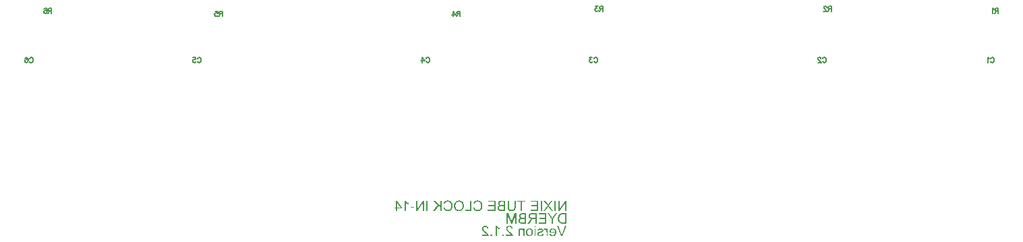
<source format=gbo>
G04*
G04 #@! TF.GenerationSoftware,Altium Limited,Altium Designer,18.1.11 (251)*
G04*
G04 Layer_Color=32896*
%FSLAX25Y25*%
%MOIN*%
G70*
G01*
G75*
%ADD10C,0.00500*%
G36*
X353441Y192989D02*
X353524Y192867D01*
X353618Y192751D01*
X353713Y192651D01*
X353796Y192556D01*
X353835Y192523D01*
X353863Y192490D01*
X353890Y192462D01*
X353912Y192445D01*
X353924Y192434D01*
X353929Y192429D01*
X354079Y192301D01*
X354240Y192190D01*
X354395Y192085D01*
X354540Y191996D01*
X354601Y191962D01*
X354662Y191929D01*
X354717Y191896D01*
X354762Y191874D01*
X354801Y191857D01*
X354828Y191840D01*
X354845Y191835D01*
X354851Y191829D01*
Y191224D01*
X354739Y191269D01*
X354623Y191319D01*
X354512Y191374D01*
X354412Y191424D01*
X354323Y191474D01*
X354284Y191491D01*
X354251Y191513D01*
X354223Y191524D01*
X354207Y191535D01*
X354196Y191546D01*
X354190D01*
X354057Y191629D01*
X353940Y191707D01*
X353835Y191779D01*
X353751Y191846D01*
X353679Y191901D01*
X353629Y191940D01*
X353602Y191968D01*
X353591Y191979D01*
Y187978D01*
X352963D01*
Y193117D01*
X353369D01*
X353441Y192989D01*
D02*
G37*
G36*
X424381Y190630D02*
X426362Y187978D01*
X425546D01*
X424248Y189753D01*
X424214Y189798D01*
X424181Y189853D01*
X424098Y189970D01*
X424059Y190025D01*
X424031Y190070D01*
X424009Y190103D01*
X424003Y190109D01*
Y190114D01*
X423926Y189998D01*
X423892Y189948D01*
X423859Y189903D01*
X423831Y189859D01*
X423809Y189831D01*
X423798Y189809D01*
X423793Y189804D01*
X422494Y187978D01*
X421667D01*
X423587Y190664D01*
X421806Y193100D01*
X422544D01*
X423565Y191735D01*
X423648Y191624D01*
X423732Y191518D01*
X423798Y191419D01*
X423859Y191330D01*
X423909Y191258D01*
X423942Y191208D01*
X423959Y191185D01*
X423970Y191169D01*
X423976Y191163D01*
Y191158D01*
X424026Y191246D01*
X424092Y191352D01*
X424159Y191452D01*
X424226Y191557D01*
X424287Y191646D01*
X424314Y191685D01*
X424336Y191718D01*
X424359Y191746D01*
X424375Y191768D01*
X424381Y191779D01*
X424386Y191785D01*
X425324Y193100D01*
X426129D01*
X424381Y190630D01*
D02*
G37*
G36*
X371401Y187978D02*
X370724D01*
Y189753D01*
X369885Y190564D01*
X368065Y187978D01*
X367166D01*
X369408Y191024D01*
X367260Y193100D01*
X368182D01*
X370724Y190564D01*
Y193100D01*
X371401D01*
Y187978D01*
D02*
G37*
G36*
X357786Y189515D02*
X355849D01*
Y190148D01*
X357786D01*
Y189515D01*
D02*
G37*
G36*
X433000Y187978D02*
X432351D01*
Y191996D01*
X429665Y187978D01*
X428965D01*
Y193100D01*
X429614D01*
Y189076D01*
X432306Y193100D01*
X433000D01*
Y187978D01*
D02*
G37*
G36*
X362632Y187978D02*
X361982D01*
Y191996D01*
X359296Y187978D01*
X358597D01*
Y193100D01*
X359246D01*
Y189076D01*
X361938Y193100D01*
X362632D01*
Y187978D01*
D02*
G37*
G36*
X407942Y190142D02*
Y189992D01*
X407931Y189853D01*
X407925Y189720D01*
X407908Y189598D01*
X407897Y189482D01*
X407881Y189376D01*
X407864Y189282D01*
X407842Y189193D01*
X407825Y189115D01*
X407809Y189049D01*
X407792Y188988D01*
X407775Y188943D01*
X407764Y188904D01*
X407753Y188877D01*
X407748Y188860D01*
Y188854D01*
X407709Y188771D01*
X407664Y188688D01*
X407564Y188544D01*
X407459Y188421D01*
X407348Y188322D01*
X407298Y188277D01*
X407254Y188244D01*
X407209Y188211D01*
X407170Y188183D01*
X407142Y188166D01*
X407120Y188150D01*
X407104Y188144D01*
X407098Y188138D01*
X407009Y188094D01*
X406915Y188061D01*
X406721Y188000D01*
X406521Y187955D01*
X406332Y187928D01*
X406249Y187917D01*
X406166Y187905D01*
X406099Y187900D01*
X406038D01*
X405988Y187894D01*
X405916D01*
X405783Y187900D01*
X405655Y187905D01*
X405533Y187922D01*
X405416Y187939D01*
X405311Y187961D01*
X405211Y187983D01*
X405122Y188011D01*
X405045Y188039D01*
X404967Y188061D01*
X404906Y188089D01*
X404850Y188111D01*
X404806Y188133D01*
X404767Y188150D01*
X404745Y188166D01*
X404728Y188172D01*
X404723Y188177D01*
X404639Y188233D01*
X404562Y188288D01*
X404495Y188349D01*
X404429Y188410D01*
X404373Y188471D01*
X404318Y188538D01*
X404273Y188594D01*
X404234Y188655D01*
X404168Y188754D01*
X404146Y188799D01*
X404123Y188838D01*
X404107Y188871D01*
X404096Y188893D01*
X404090Y188910D01*
Y188916D01*
X404057Y189004D01*
X404029Y189099D01*
X403985Y189298D01*
X403957Y189504D01*
X403935Y189698D01*
X403929Y189792D01*
X403924Y189876D01*
X403918Y189948D01*
X403912Y190014D01*
Y190070D01*
Y190109D01*
Y190131D01*
Y190142D01*
Y193100D01*
X404590Y193100D01*
Y190142D01*
X404595Y189970D01*
X404601Y189809D01*
X404617Y189665D01*
X404639Y189532D01*
X404662Y189415D01*
X404689Y189310D01*
X404723Y189215D01*
X404750Y189132D01*
X404778Y189060D01*
X404811Y188999D01*
X404839Y188949D01*
X404861Y188910D01*
X404884Y188882D01*
X404895Y188860D01*
X404906Y188849D01*
X404912Y188843D01*
X404978Y188782D01*
X405050Y188732D01*
X405128Y188688D01*
X405211Y188649D01*
X405300Y188616D01*
X405389Y188588D01*
X405561Y188549D01*
X405644Y188532D01*
X405722Y188521D01*
X405794Y188516D01*
X405855Y188510D01*
X405905Y188505D01*
X405977D01*
X406133Y188510D01*
X406277Y188532D01*
X406404Y188560D01*
X406515Y188588D01*
X406560Y188605D01*
X406599Y188621D01*
X406637Y188632D01*
X406665Y188644D01*
X406687Y188655D01*
X406704Y188666D01*
X406715Y188671D01*
X406721D01*
X406826Y188743D01*
X406915Y188821D01*
X406987Y188899D01*
X407043Y188982D01*
X407087Y189049D01*
X407120Y189110D01*
X407131Y189132D01*
X407137Y189149D01*
X407142Y189154D01*
Y189160D01*
X407165Y189221D01*
X407181Y189293D01*
X407215Y189448D01*
X407237Y189609D01*
X407248Y189770D01*
X407254Y189842D01*
X407259Y189915D01*
Y189976D01*
X407265Y190031D01*
Y190081D01*
Y190114D01*
Y190137D01*
Y190142D01*
Y193100D01*
X407942D01*
Y190142D01*
D02*
G37*
G36*
X389161Y193183D02*
X389283Y193178D01*
X389510Y193139D01*
X389621Y193117D01*
X389721Y193089D01*
X389821Y193061D01*
X389910Y193034D01*
X389987Y193006D01*
X390060Y192978D01*
X390126Y192950D01*
X390176Y192928D01*
X390221Y192906D01*
X390248Y192889D01*
X390271Y192884D01*
X390276Y192878D01*
X390376Y192817D01*
X390476Y192751D01*
X390565Y192678D01*
X390648Y192606D01*
X390726Y192528D01*
X390798Y192456D01*
X390859Y192379D01*
X390920Y192312D01*
X390970Y192240D01*
X391014Y192179D01*
X391053Y192123D01*
X391086Y192073D01*
X391109Y192029D01*
X391125Y192001D01*
X391136Y191979D01*
X391142Y191973D01*
X391197Y191862D01*
X391242Y191740D01*
X391281Y191624D01*
X391319Y191507D01*
X391375Y191269D01*
X391392Y191158D01*
X391408Y191052D01*
X391419Y190952D01*
X391430Y190864D01*
X391436Y190780D01*
X391442Y190708D01*
X391447Y190653D01*
Y190608D01*
Y190586D01*
Y190575D01*
X391442Y190442D01*
X391436Y190308D01*
X391403Y190053D01*
X391386Y189931D01*
X391364Y189820D01*
X391336Y189715D01*
X391314Y189615D01*
X391286Y189526D01*
X391264Y189443D01*
X391242Y189376D01*
X391220Y189315D01*
X391203Y189271D01*
X391192Y189232D01*
X391186Y189210D01*
X391181Y189204D01*
X391125Y189087D01*
X391070Y188977D01*
X391009Y188877D01*
X390942Y188782D01*
X390876Y188693D01*
X390814Y188616D01*
X390748Y188544D01*
X390687Y188477D01*
X390626Y188416D01*
X390570Y188366D01*
X390520Y188327D01*
X390476Y188288D01*
X390443Y188260D01*
X390415Y188244D01*
X390398Y188233D01*
X390393Y188227D01*
X390293Y188166D01*
X390187Y188116D01*
X390076Y188072D01*
X389960Y188033D01*
X389849Y188005D01*
X389738Y187978D01*
X389627Y187955D01*
X389521Y187939D01*
X389421Y187922D01*
X389333Y187911D01*
X389249Y187905D01*
X389183Y187900D01*
X389122Y187894D01*
X389044D01*
X388894Y187900D01*
X388755Y187911D01*
X388622Y187933D01*
X388494Y187961D01*
X388372Y187994D01*
X388262Y188033D01*
X388161Y188072D01*
X388067Y188111D01*
X387978Y188149D01*
X387906Y188188D01*
X387840Y188227D01*
X387790Y188260D01*
X387745Y188288D01*
X387718Y188311D01*
X387695Y188322D01*
X387690Y188327D01*
X387590Y188416D01*
X387496Y188510D01*
X387412Y188610D01*
X387335Y188710D01*
X387262Y188816D01*
X387201Y188926D01*
X387146Y189026D01*
X387096Y189132D01*
X387052Y189226D01*
X387018Y189315D01*
X386985Y189398D01*
X386963Y189465D01*
X386941Y189526D01*
X386929Y189565D01*
X386918Y189593D01*
Y189604D01*
X387595Y189776D01*
X387623Y189659D01*
X387662Y189548D01*
X387701Y189443D01*
X387740Y189348D01*
X387784Y189260D01*
X387828Y189182D01*
X387873Y189110D01*
X387917Y189043D01*
X387962Y188988D01*
X388001Y188938D01*
X388039Y188893D01*
X388067Y188860D01*
X388095Y188832D01*
X388117Y188816D01*
X388128Y188804D01*
X388134Y188799D01*
X388211Y188743D01*
X388289Y188693D01*
X388367Y188649D01*
X388450Y188610D01*
X388533Y188577D01*
X388611Y188549D01*
X388767Y188510D01*
X388833Y188499D01*
X388900Y188488D01*
X388955Y188482D01*
X389005Y188477D01*
X389044Y188471D01*
X389100D01*
X389188Y188477D01*
X389271Y188482D01*
X389433Y188510D01*
X389582Y188549D01*
X389710Y188594D01*
X389766Y188616D01*
X389815Y188632D01*
X389860Y188655D01*
X389899Y188671D01*
X389932Y188688D01*
X389954Y188699D01*
X389965Y188710D01*
X389971D01*
X390043Y188760D01*
X390110Y188810D01*
X390232Y188926D01*
X390332Y189043D01*
X390415Y189165D01*
X390476Y189271D01*
X390504Y189315D01*
X390526Y189359D01*
X390537Y189393D01*
X390548Y189415D01*
X390559Y189432D01*
Y189437D01*
X390620Y189626D01*
X390670Y189820D01*
X390704Y190014D01*
X390715Y190103D01*
X390726Y190192D01*
X390731Y190275D01*
X390737Y190347D01*
X390742Y190414D01*
Y190470D01*
X390748Y190519D01*
Y190553D01*
Y190575D01*
Y190580D01*
X390742Y190769D01*
X390726Y190947D01*
X390698Y191113D01*
X390687Y191191D01*
X390670Y191263D01*
X390653Y191324D01*
X390642Y191385D01*
X390626Y191435D01*
X390615Y191480D01*
X390609Y191513D01*
X390598Y191541D01*
X390593Y191557D01*
Y191563D01*
X390520Y191735D01*
X390437Y191885D01*
X390348Y192012D01*
X390298Y192068D01*
X390254Y192123D01*
X390210Y192168D01*
X390171Y192207D01*
X390132Y192245D01*
X390104Y192273D01*
X390076Y192295D01*
X390054Y192312D01*
X390043Y192318D01*
X390037Y192323D01*
X389960Y192373D01*
X389882Y192418D01*
X389799Y192456D01*
X389716Y192490D01*
X389549Y192540D01*
X389388Y192578D01*
X389321Y192590D01*
X389255Y192595D01*
X389194Y192601D01*
X389144Y192606D01*
X389100Y192612D01*
X388950D01*
X388861Y192601D01*
X388694Y192573D01*
X388550Y192528D01*
X388489Y192506D01*
X388428Y192484D01*
X388372Y192462D01*
X388328Y192440D01*
X388289Y192418D01*
X388256Y192395D01*
X388228Y192379D01*
X388211Y192368D01*
X388200Y192362D01*
X388195Y192356D01*
X388134Y192306D01*
X388073Y192251D01*
X387973Y192123D01*
X387878Y191985D01*
X387806Y191851D01*
X387751Y191729D01*
X387723Y191679D01*
X387706Y191635D01*
X387690Y191596D01*
X387684Y191563D01*
X387673Y191546D01*
Y191541D01*
X387007Y191696D01*
X387052Y191824D01*
X387102Y191946D01*
X387152Y192062D01*
X387212Y192168D01*
X387268Y192268D01*
X387329Y192356D01*
X387390Y192440D01*
X387451Y192512D01*
X387512Y192578D01*
X387562Y192634D01*
X387612Y192684D01*
X387656Y192723D01*
X387690Y192756D01*
X387718Y192778D01*
X387734Y192789D01*
X387740Y192795D01*
X387840Y192867D01*
X387945Y192923D01*
X388051Y192978D01*
X388161Y193023D01*
X388273Y193061D01*
X388378Y193095D01*
X388483Y193117D01*
X388583Y193139D01*
X388678Y193156D01*
X388761Y193167D01*
X388839Y193178D01*
X388905Y193183D01*
X388961Y193189D01*
X389033D01*
X389161Y193183D01*
D02*
G37*
G36*
X374447D02*
X374570Y193178D01*
X374797Y193139D01*
X374908Y193117D01*
X375008Y193089D01*
X375108Y193061D01*
X375197Y193034D01*
X375274Y193006D01*
X375347Y192978D01*
X375413Y192950D01*
X375463Y192928D01*
X375507Y192906D01*
X375535Y192889D01*
X375557Y192884D01*
X375563Y192878D01*
X375663Y192817D01*
X375763Y192751D01*
X375852Y192678D01*
X375935Y192606D01*
X376013Y192528D01*
X376085Y192456D01*
X376146Y192379D01*
X376207Y192312D01*
X376257Y192240D01*
X376301Y192179D01*
X376340Y192123D01*
X376373Y192073D01*
X376396Y192029D01*
X376412Y192001D01*
X376423Y191979D01*
X376429Y191973D01*
X376484Y191862D01*
X376529Y191740D01*
X376568Y191624D01*
X376606Y191507D01*
X376662Y191269D01*
X376679Y191158D01*
X376695Y191052D01*
X376706Y190952D01*
X376717Y190864D01*
X376723Y190780D01*
X376729Y190708D01*
X376734Y190653D01*
Y190608D01*
Y190586D01*
Y190575D01*
X376729Y190442D01*
X376723Y190308D01*
X376690Y190053D01*
X376673Y189931D01*
X376651Y189820D01*
X376623Y189715D01*
X376601Y189615D01*
X376573Y189526D01*
X376551Y189443D01*
X376529Y189376D01*
X376507Y189315D01*
X376490Y189271D01*
X376479Y189232D01*
X376473Y189210D01*
X376468Y189204D01*
X376412Y189087D01*
X376357Y188977D01*
X376296Y188877D01*
X376229Y188782D01*
X376162Y188693D01*
X376101Y188616D01*
X376035Y188544D01*
X375974Y188477D01*
X375913Y188416D01*
X375857Y188366D01*
X375807Y188327D01*
X375763Y188288D01*
X375730Y188260D01*
X375702Y188244D01*
X375685Y188233D01*
X375680Y188227D01*
X375580Y188166D01*
X375474Y188116D01*
X375363Y188072D01*
X375247Y188033D01*
X375136Y188005D01*
X375025Y187978D01*
X374914Y187955D01*
X374808Y187939D01*
X374708Y187922D01*
X374620Y187911D01*
X374536Y187905D01*
X374470Y187900D01*
X374409Y187894D01*
X374331D01*
X374181Y187900D01*
X374042Y187911D01*
X373909Y187933D01*
X373781Y187961D01*
X373659Y187994D01*
X373548Y188033D01*
X373448Y188072D01*
X373354Y188111D01*
X373265Y188149D01*
X373193Y188188D01*
X373127Y188227D01*
X373077Y188260D01*
X373032Y188288D01*
X373005Y188311D01*
X372982Y188322D01*
X372977Y188327D01*
X372877Y188416D01*
X372782Y188510D01*
X372699Y188610D01*
X372621Y188710D01*
X372549Y188816D01*
X372488Y188926D01*
X372433Y189026D01*
X372383Y189132D01*
X372339Y189226D01*
X372305Y189315D01*
X372272Y189398D01*
X372250Y189465D01*
X372228Y189526D01*
X372216Y189565D01*
X372205Y189593D01*
Y189604D01*
X372882Y189776D01*
X372910Y189659D01*
X372949Y189548D01*
X372988Y189443D01*
X373027Y189348D01*
X373071Y189260D01*
X373115Y189182D01*
X373160Y189110D01*
X373204Y189043D01*
X373249Y188988D01*
X373288Y188938D01*
X373326Y188893D01*
X373354Y188860D01*
X373382Y188832D01*
X373404Y188816D01*
X373415Y188804D01*
X373421Y188799D01*
X373499Y188743D01*
X373576Y188693D01*
X373654Y188649D01*
X373737Y188610D01*
X373820Y188577D01*
X373898Y188549D01*
X374054Y188510D01*
X374120Y188499D01*
X374187Y188488D01*
X374242Y188482D01*
X374292Y188477D01*
X374331Y188471D01*
X374387D01*
X374475Y188477D01*
X374558Y188482D01*
X374720Y188510D01*
X374869Y188549D01*
X374997Y188594D01*
X375052Y188616D01*
X375102Y188632D01*
X375147Y188655D01*
X375186Y188671D01*
X375219Y188688D01*
X375241Y188699D01*
X375252Y188710D01*
X375258D01*
X375330Y188760D01*
X375396Y188810D01*
X375519Y188926D01*
X375619Y189043D01*
X375702Y189165D01*
X375763Y189271D01*
X375791Y189315D01*
X375813Y189359D01*
X375824Y189393D01*
X375835Y189415D01*
X375846Y189432D01*
Y189437D01*
X375907Y189626D01*
X375957Y189820D01*
X375990Y190014D01*
X376002Y190103D01*
X376013Y190192D01*
X376018Y190275D01*
X376024Y190347D01*
X376029Y190414D01*
Y190470D01*
X376035Y190519D01*
Y190553D01*
Y190575D01*
Y190580D01*
X376029Y190769D01*
X376013Y190947D01*
X375985Y191113D01*
X375974Y191191D01*
X375957Y191263D01*
X375940Y191324D01*
X375929Y191385D01*
X375913Y191435D01*
X375902Y191480D01*
X375896Y191513D01*
X375885Y191541D01*
X375879Y191557D01*
Y191563D01*
X375807Y191735D01*
X375724Y191885D01*
X375635Y192012D01*
X375585Y192068D01*
X375541Y192123D01*
X375497Y192168D01*
X375458Y192207D01*
X375419Y192245D01*
X375391Y192273D01*
X375363Y192295D01*
X375341Y192312D01*
X375330Y192318D01*
X375324Y192323D01*
X375247Y192373D01*
X375169Y192418D01*
X375086Y192456D01*
X375003Y192490D01*
X374836Y192540D01*
X374675Y192578D01*
X374608Y192590D01*
X374542Y192595D01*
X374481Y192601D01*
X374431Y192606D01*
X374387Y192612D01*
X374237D01*
X374148Y192601D01*
X373981Y192573D01*
X373837Y192528D01*
X373776Y192506D01*
X373715Y192484D01*
X373659Y192462D01*
X373615Y192440D01*
X373576Y192418D01*
X373543Y192395D01*
X373515Y192379D01*
X373499Y192368D01*
X373487Y192362D01*
X373482Y192356D01*
X373421Y192306D01*
X373360Y192251D01*
X373260Y192123D01*
X373165Y191985D01*
X373093Y191851D01*
X373038Y191729D01*
X373010Y191679D01*
X372993Y191635D01*
X372977Y191596D01*
X372971Y191563D01*
X372960Y191546D01*
Y191541D01*
X372294Y191696D01*
X372339Y191824D01*
X372389Y191946D01*
X372438Y192062D01*
X372499Y192168D01*
X372555Y192268D01*
X372616Y192356D01*
X372677Y192440D01*
X372738Y192512D01*
X372799Y192578D01*
X372849Y192634D01*
X372899Y192684D01*
X372943Y192723D01*
X372977Y192756D01*
X373005Y192778D01*
X373021Y192789D01*
X373027Y192795D01*
X373127Y192867D01*
X373232Y192923D01*
X373338Y192978D01*
X373448Y193023D01*
X373559Y193061D01*
X373665Y193095D01*
X373770Y193117D01*
X373870Y193139D01*
X373965Y193156D01*
X374048Y193167D01*
X374126Y193178D01*
X374192Y193183D01*
X374248Y193189D01*
X374320D01*
X374447Y193183D01*
D02*
G37*
G36*
X427711Y187978D02*
X427034D01*
Y193100D01*
X427711D01*
Y187978D01*
D02*
G37*
G36*
X420951D02*
X420274D01*
Y193100D01*
X420951D01*
Y187978D01*
D02*
G37*
G36*
X419064D02*
X415240D01*
Y188583D01*
X418387D01*
Y190325D01*
X415551D01*
Y190930D01*
X418387D01*
Y192495D01*
X415356D01*
Y193100D01*
X419064D01*
Y187978D01*
D02*
G37*
G36*
X412704Y192495D02*
X411016D01*
Y187978D01*
X410339D01*
Y192495D01*
X408652D01*
Y193100D01*
X412704D01*
Y192495D01*
D02*
G37*
G36*
X402813Y187978D02*
X400866D01*
X400688Y187983D01*
X400527Y187989D01*
X400388Y188005D01*
X400322Y188011D01*
X400266Y188022D01*
X400216Y188027D01*
X400172Y188033D01*
X400133Y188044D01*
X400100Y188050D01*
X400072Y188055D01*
X400055D01*
X400044Y188061D01*
X400038D01*
X399916Y188094D01*
X399805Y188133D01*
X399711Y188177D01*
X399633Y188216D01*
X399567Y188255D01*
X399517Y188283D01*
X399489Y188305D01*
X399478Y188311D01*
X399395Y188383D01*
X399323Y188460D01*
X399256Y188538D01*
X399206Y188616D01*
X399162Y188682D01*
X399128Y188738D01*
X399117Y188760D01*
X399106Y188777D01*
X399101Y188782D01*
Y188788D01*
X399051Y188904D01*
X399012Y189026D01*
X398984Y189137D01*
X398962Y189243D01*
X398951Y189332D01*
Y189365D01*
X398945Y189398D01*
Y189426D01*
Y189443D01*
Y189454D01*
Y189459D01*
Y189543D01*
X398956Y189620D01*
X398984Y189770D01*
X399028Y189903D01*
X399073Y190014D01*
X399095Y190064D01*
X399117Y190109D01*
X399139Y190148D01*
X399162Y190181D01*
X399178Y190203D01*
X399189Y190220D01*
X399195Y190231D01*
X399201Y190236D01*
X399300Y190353D01*
X399417Y190447D01*
X399534Y190531D01*
X399650Y190592D01*
X399750Y190641D01*
X399794Y190658D01*
X399833Y190675D01*
X399867Y190686D01*
X399889Y190697D01*
X399905Y190702D01*
X399911D01*
X399783Y190775D01*
X399678Y190852D01*
X399583Y190930D01*
X399511Y191002D01*
X399450Y191069D01*
X399411Y191119D01*
X399395Y191141D01*
X399384Y191158D01*
X399378Y191163D01*
Y191169D01*
X399317Y191280D01*
X399273Y191385D01*
X399239Y191491D01*
X399217Y191585D01*
X399206Y191668D01*
X399195Y191729D01*
Y191752D01*
Y191768D01*
Y191779D01*
Y191785D01*
X399206Y191918D01*
X399228Y192040D01*
X399261Y192157D01*
X399295Y192256D01*
X399334Y192340D01*
X399350Y192379D01*
X399367Y192406D01*
X399384Y192429D01*
X399389Y192445D01*
X399400Y192456D01*
Y192462D01*
X399484Y192573D01*
X399572Y192673D01*
X399661Y192756D01*
X399750Y192823D01*
X399833Y192873D01*
X399894Y192911D01*
X399922Y192923D01*
X399939Y192934D01*
X399950Y192939D01*
X399955D01*
X400100Y192995D01*
X400249Y193034D01*
X400410Y193061D01*
X400555Y193078D01*
X400627Y193089D01*
X400688Y193095D01*
X400749D01*
X400799Y193100D01*
X402813D01*
Y187978D01*
D02*
G37*
G36*
X397996D02*
X394172D01*
Y188582D01*
X397319D01*
Y190325D01*
X394483D01*
Y190930D01*
X397319D01*
Y192495D01*
X394289D01*
Y193100D01*
X397996D01*
Y187978D01*
D02*
G37*
G36*
X386114D02*
X382911D01*
Y188582D01*
X385437D01*
Y193100D01*
X386114D01*
Y187978D01*
D02*
G37*
G36*
X364496D02*
X363819D01*
Y193100D01*
X364496D01*
Y187978D01*
D02*
G37*
G36*
X351565Y189781D02*
Y189204D01*
X349334D01*
Y187978D01*
X348707D01*
Y189204D01*
X348013D01*
Y189781D01*
X348707D01*
Y193100D01*
X349223D01*
X351565Y189781D01*
D02*
G37*
G36*
X380059Y193183D02*
X380247Y193156D01*
X380425Y193122D01*
X380591Y193078D01*
X380752Y193023D01*
X380897Y192961D01*
X381030Y192895D01*
X381152Y192828D01*
X381263Y192762D01*
X381357Y192695D01*
X381435Y192634D01*
X381507Y192578D01*
X381557Y192534D01*
X381596Y192501D01*
X381624Y192473D01*
X381629Y192467D01*
X381751Y192329D01*
X381857Y192173D01*
X381946Y192018D01*
X382023Y191851D01*
X382090Y191685D01*
X382145Y191518D01*
X382190Y191357D01*
X382229Y191197D01*
X382256Y191047D01*
X382273Y190913D01*
X382290Y190786D01*
X382301Y190680D01*
X382306Y190592D01*
Y190558D01*
X382312Y190525D01*
Y190503D01*
Y190486D01*
Y190475D01*
Y190470D01*
X382306Y190347D01*
X382301Y190220D01*
X382267Y189987D01*
X382245Y189876D01*
X382223Y189770D01*
X382195Y189670D01*
X382168Y189581D01*
X382140Y189493D01*
X382112Y189420D01*
X382090Y189354D01*
X382068Y189298D01*
X382051Y189254D01*
X382034Y189221D01*
X382029Y189199D01*
X382023Y189193D01*
X381962Y189082D01*
X381901Y188977D01*
X381835Y188882D01*
X381762Y188788D01*
X381690Y188705D01*
X381618Y188627D01*
X381552Y188555D01*
X381479Y188488D01*
X381413Y188433D01*
X381352Y188383D01*
X381296Y188338D01*
X381252Y188305D01*
X381213Y188277D01*
X381180Y188255D01*
X381163Y188244D01*
X381157Y188238D01*
X381047Y188177D01*
X380935Y188127D01*
X380824Y188077D01*
X380714Y188039D01*
X380602Y188005D01*
X380497Y187978D01*
X380392Y187955D01*
X380297Y187939D01*
X380203Y187922D01*
X380125Y187911D01*
X380047Y187905D01*
X379986Y187900D01*
X379937Y187894D01*
X379864D01*
X379742Y187900D01*
X379620Y187905D01*
X379387Y187944D01*
X379282Y187966D01*
X379176Y187994D01*
X379082Y188022D01*
X378993Y188050D01*
X378910Y188077D01*
X378838Y188105D01*
X378777Y188133D01*
X378721Y188155D01*
X378677Y188177D01*
X378649Y188194D01*
X378627Y188199D01*
X378621Y188205D01*
X378516Y188266D01*
X378416Y188338D01*
X378321Y188410D01*
X378238Y188482D01*
X378160Y188560D01*
X378083Y188638D01*
X378016Y188716D01*
X377955Y188788D01*
X377905Y188860D01*
X377855Y188926D01*
X377816Y188988D01*
X377783Y189038D01*
X377761Y189076D01*
X377744Y189110D01*
X377733Y189132D01*
X377728Y189137D01*
X377672Y189254D01*
X377622Y189376D01*
X377583Y189493D01*
X377544Y189615D01*
X377511Y189731D01*
X377489Y189848D01*
X377467Y189959D01*
X377450Y190064D01*
X377439Y190164D01*
X377428Y190253D01*
X377422Y190331D01*
X377417Y190397D01*
X377411Y190453D01*
Y190497D01*
Y190519D01*
Y190531D01*
X377417Y190675D01*
X377422Y190808D01*
X377439Y190941D01*
X377456Y191069D01*
X377478Y191185D01*
X377505Y191302D01*
X377533Y191407D01*
X377561Y191502D01*
X377589Y191591D01*
X377617Y191668D01*
X377639Y191740D01*
X377666Y191796D01*
X377683Y191840D01*
X377700Y191874D01*
X377705Y191896D01*
X377711Y191901D01*
X377772Y192012D01*
X377833Y192118D01*
X377905Y192218D01*
X377972Y192306D01*
X378044Y192390D01*
X378116Y192467D01*
X378188Y192540D01*
X378260Y192606D01*
X378327Y192662D01*
X378388Y192712D01*
X378438Y192756D01*
X378488Y192789D01*
X378527Y192817D01*
X378555Y192834D01*
X378577Y192845D01*
X378582Y192850D01*
X378693Y192911D01*
X378799Y192961D01*
X378910Y193006D01*
X379021Y193045D01*
X379132Y193078D01*
X379237Y193106D01*
X379337Y193128D01*
X379437Y193145D01*
X379526Y193161D01*
X379604Y193172D01*
X379676Y193178D01*
X379742Y193183D01*
X379792Y193189D01*
X379859D01*
X380059Y193183D01*
D02*
G37*
G36*
X426390Y183912D02*
Y181747D01*
X425713D01*
Y183912D01*
X423670Y186870D01*
X424459D01*
X425452Y185360D01*
X425568Y185177D01*
X425680Y185005D01*
X425774Y184855D01*
X425818Y184783D01*
X425857Y184722D01*
X425890Y184666D01*
X425924Y184611D01*
X425946Y184566D01*
X425968Y184533D01*
X425990Y184500D01*
X426002Y184478D01*
X426007Y184467D01*
X426013Y184461D01*
X426101Y184622D01*
X426196Y184777D01*
X426285Y184922D01*
X426362Y185049D01*
X426401Y185110D01*
X426434Y185160D01*
X426462Y185210D01*
X426484Y185249D01*
X426507Y185277D01*
X426523Y185305D01*
X426529Y185316D01*
X426534Y185321D01*
X427544Y186870D01*
X428366D01*
X426390Y183912D01*
D02*
G37*
G36*
X408369Y181747D02*
X407714D01*
Y186109D01*
X406238Y181747D01*
X405627D01*
X404129Y186037D01*
Y181747D01*
X403474D01*
Y186870D01*
X404390D01*
X405622Y183307D01*
X405655Y183207D01*
X405688Y183118D01*
X405716Y183029D01*
X405744Y182951D01*
X405766Y182874D01*
X405788Y182807D01*
X405811Y182746D01*
X405827Y182691D01*
X405844Y182646D01*
X405855Y182602D01*
X405866Y182569D01*
X405877Y182535D01*
X405883Y182513D01*
X405888Y182496D01*
X405894Y182491D01*
Y182485D01*
X405910Y182535D01*
X405927Y182591D01*
X405966Y182707D01*
X406005Y182835D01*
X406044Y182957D01*
X406082Y183068D01*
X406099Y183118D01*
X406110Y183157D01*
X406121Y183190D01*
X406133Y183218D01*
X406138Y183235D01*
Y183240D01*
X407353Y186870D01*
X408369D01*
Y181747D01*
D02*
G37*
G36*
X433000D02*
X431152D01*
X430985Y181753D01*
X430830Y181758D01*
X430691Y181775D01*
X430569Y181791D01*
X430519Y181797D01*
X430475Y181803D01*
X430430Y181814D01*
X430397Y181819D01*
X430369Y181825D01*
X430353D01*
X430342Y181830D01*
X430336D01*
X430208Y181869D01*
X430086Y181908D01*
X429981Y181952D01*
X429892Y181991D01*
X429820Y182030D01*
X429764Y182058D01*
X429731Y182080D01*
X429726Y182086D01*
X429720D01*
X429626Y182158D01*
X429537Y182230D01*
X429459Y182308D01*
X429392Y182385D01*
X429331Y182452D01*
X429293Y182502D01*
X429276Y182524D01*
X429265Y182541D01*
X429254Y182546D01*
Y182552D01*
X429176Y182668D01*
X429109Y182791D01*
X429048Y182918D01*
X428998Y183035D01*
X428960Y183140D01*
X428943Y183185D01*
X428926Y183223D01*
X428921Y183251D01*
X428910Y183273D01*
X428904Y183290D01*
Y183296D01*
X428860Y183473D01*
X428826Y183651D01*
X428799Y183823D01*
X428782Y183984D01*
X428777Y184056D01*
X428771Y184123D01*
Y184184D01*
X428765Y184233D01*
Y184278D01*
Y184306D01*
Y184328D01*
Y184333D01*
X428777Y184583D01*
X428782Y184700D01*
X428799Y184811D01*
X428815Y184916D01*
X428832Y185016D01*
X428849Y185110D01*
X428865Y185199D01*
X428887Y185277D01*
X428904Y185344D01*
X428921Y185405D01*
X428937Y185454D01*
X428954Y185493D01*
X428960Y185527D01*
X428971Y185543D01*
Y185549D01*
X429054Y185738D01*
X429148Y185910D01*
X429198Y185987D01*
X429248Y186059D01*
X429298Y186126D01*
X429348Y186187D01*
X429392Y186243D01*
X429437Y186287D01*
X429476Y186331D01*
X429509Y186365D01*
X429537Y186392D01*
X429559Y186409D01*
X429570Y186420D01*
X429576Y186426D01*
X429698Y186520D01*
X429825Y186598D01*
X429948Y186659D01*
X430064Y186709D01*
X430169Y186748D01*
X430214Y186759D01*
X430253Y186770D01*
X430280Y186781D01*
X430303Y186786D01*
X430319Y186792D01*
X430325D01*
X430386Y186803D01*
X430452Y186820D01*
X430602Y186836D01*
X430752Y186853D01*
X430902Y186859D01*
X430969Y186864D01*
X431035D01*
X431091Y186870D01*
X433000D01*
Y181747D01*
D02*
G37*
G36*
X423043D02*
X419219D01*
Y182352D01*
X422366D01*
Y184095D01*
X419530D01*
Y184700D01*
X422366D01*
Y186265D01*
X419336D01*
Y186870D01*
X423043D01*
Y181747D01*
D02*
G37*
G36*
X418276D02*
X417599D01*
Y184023D01*
X416727D01*
X416650Y184017D01*
X416583Y184011D01*
X416528D01*
X416489Y184006D01*
X416461Y184000D01*
X416444Y183995D01*
X416439D01*
X416378Y183978D01*
X416322Y183956D01*
X416272Y183934D01*
X416222Y183912D01*
X416184Y183889D01*
X416156Y183873D01*
X416134Y183862D01*
X416128Y183856D01*
X416073Y183817D01*
X416011Y183762D01*
X415950Y183706D01*
X415901Y183651D01*
X415850Y183601D01*
X415817Y183556D01*
X415795Y183529D01*
X415784Y183523D01*
Y183518D01*
X415706Y183418D01*
X415623Y183307D01*
X415545Y183190D01*
X415468Y183073D01*
X415401Y182974D01*
X415368Y182929D01*
X415345Y182890D01*
X415323Y182857D01*
X415307Y182835D01*
X415301Y182818D01*
X415296Y182813D01*
X414618Y181747D01*
X413769D01*
X414657Y183140D01*
X414757Y183284D01*
X414857Y183418D01*
X414951Y183534D01*
X415035Y183634D01*
X415107Y183712D01*
X415140Y183745D01*
X415168Y183773D01*
X415190Y183795D01*
X415207Y183812D01*
X415212Y183817D01*
X415218Y183823D01*
X415273Y183867D01*
X415340Y183917D01*
X415407Y183956D01*
X415473Y183995D01*
X415534Y184028D01*
X415584Y184056D01*
X415617Y184072D01*
X415623Y184078D01*
X415628D01*
X415495Y184100D01*
X415368Y184128D01*
X415251Y184161D01*
X415146Y184195D01*
X415046Y184233D01*
X414957Y184272D01*
X414879Y184311D01*
X414807Y184350D01*
X414741Y184389D01*
X414685Y184428D01*
X414641Y184461D01*
X414602Y184489D01*
X414574Y184517D01*
X414552Y184533D01*
X414541Y184544D01*
X414535Y184550D01*
X414474Y184622D01*
X414419Y184694D01*
X414369Y184772D01*
X414330Y184850D01*
X414296Y184927D01*
X414269Y185005D01*
X414224Y185149D01*
X414208Y185216D01*
X414197Y185277D01*
X414191Y185332D01*
X414185Y185382D01*
X414180Y185416D01*
Y185449D01*
Y185466D01*
Y185471D01*
X414191Y185626D01*
X414213Y185771D01*
X414247Y185898D01*
X414285Y186015D01*
X414308Y186065D01*
X414330Y186109D01*
X414347Y186148D01*
X414363Y186181D01*
X414374Y186209D01*
X414385Y186226D01*
X414396Y186237D01*
Y186243D01*
X414480Y186365D01*
X414574Y186465D01*
X414668Y186553D01*
X414763Y186620D01*
X414840Y186670D01*
X414907Y186703D01*
X414935Y186714D01*
X414951Y186725D01*
X414962Y186731D01*
X414968D01*
X415040Y186753D01*
X415112Y186775D01*
X415279Y186809D01*
X415451Y186836D01*
X415617Y186853D01*
X415701Y186859D01*
X415773Y186864D01*
X415834D01*
X415895Y186870D01*
X418276D01*
Y181747D01*
D02*
G37*
G36*
X413148D02*
X411200D01*
X411022Y181753D01*
X410861Y181758D01*
X410722Y181775D01*
X410656Y181780D01*
X410600Y181791D01*
X410550Y181797D01*
X410506Y181803D01*
X410467Y181814D01*
X410434Y181819D01*
X410406Y181825D01*
X410389D01*
X410378Y181830D01*
X410373D01*
X410251Y181864D01*
X410140Y181903D01*
X410045Y181947D01*
X409968Y181986D01*
X409901Y182025D01*
X409851Y182052D01*
X409823Y182074D01*
X409812Y182080D01*
X409729Y182152D01*
X409657Y182230D01*
X409590Y182308D01*
X409540Y182385D01*
X409496Y182452D01*
X409462Y182507D01*
X409451Y182530D01*
X409440Y182546D01*
X409435Y182552D01*
Y182557D01*
X409385Y182674D01*
X409346Y182796D01*
X409318Y182907D01*
X409296Y183012D01*
X409285Y183101D01*
Y183135D01*
X409279Y183168D01*
Y183196D01*
Y183212D01*
Y183223D01*
Y183229D01*
Y183312D01*
X409290Y183390D01*
X409318Y183540D01*
X409363Y183673D01*
X409407Y183784D01*
X409429Y183834D01*
X409451Y183878D01*
X409474Y183917D01*
X409496Y183950D01*
X409512Y183973D01*
X409523Y183989D01*
X409529Y184000D01*
X409535Y184006D01*
X409634Y184123D01*
X409751Y184217D01*
X409868Y184300D01*
X409984Y184361D01*
X410084Y184411D01*
X410128Y184428D01*
X410167Y184444D01*
X410201Y184456D01*
X410223Y184467D01*
X410240Y184472D01*
X410245D01*
X410117Y184544D01*
X410012Y184622D01*
X409918Y184700D01*
X409845Y184772D01*
X409784Y184838D01*
X409746Y184888D01*
X409729Y184911D01*
X409718Y184927D01*
X409712Y184933D01*
Y184938D01*
X409651Y185049D01*
X409607Y185155D01*
X409574Y185260D01*
X409551Y185355D01*
X409540Y185438D01*
X409529Y185499D01*
Y185521D01*
Y185538D01*
Y185549D01*
Y185554D01*
X409540Y185688D01*
X409562Y185810D01*
X409596Y185926D01*
X409629Y186026D01*
X409668Y186109D01*
X409685Y186148D01*
X409701Y186176D01*
X409718Y186198D01*
X409723Y186215D01*
X409734Y186226D01*
Y186232D01*
X409818Y186343D01*
X409906Y186442D01*
X409995Y186526D01*
X410084Y186592D01*
X410167Y186642D01*
X410228Y186681D01*
X410256Y186692D01*
X410273Y186703D01*
X410284Y186709D01*
X410289D01*
X410434Y186764D01*
X410584Y186803D01*
X410744Y186831D01*
X410889Y186847D01*
X410961Y186859D01*
X411022Y186864D01*
X411083D01*
X411133Y186870D01*
X413148D01*
Y181747D01*
D02*
G37*
G36*
X417837Y179990D02*
X417210D01*
Y180706D01*
X417837D01*
Y179990D01*
D02*
G37*
G36*
X404923Y180717D02*
X405050Y180706D01*
X405167Y180689D01*
X405278Y180661D01*
X405383Y180634D01*
X405478Y180601D01*
X405566Y180567D01*
X405644Y180534D01*
X405716Y180495D01*
X405777Y180462D01*
X405833Y180428D01*
X405877Y180401D01*
X405910Y180373D01*
X405933Y180356D01*
X405949Y180345D01*
X405955Y180340D01*
X406033Y180268D01*
X406099Y180184D01*
X406160Y180101D01*
X406216Y180007D01*
X406260Y179918D01*
X406305Y179829D01*
X406338Y179735D01*
X406365Y179651D01*
X406393Y179568D01*
X406410Y179490D01*
X406427Y179418D01*
X406438Y179357D01*
X406443Y179307D01*
X406449Y179274D01*
X406454Y179252D01*
Y179241D01*
X405811Y179174D01*
X405805Y179263D01*
X405799Y179346D01*
X405766Y179490D01*
X405722Y179624D01*
X405699Y179679D01*
X405672Y179729D01*
X405650Y179773D01*
X405622Y179812D01*
X405600Y179846D01*
X405583Y179873D01*
X405561Y179896D01*
X405550Y179912D01*
X405544Y179918D01*
X405539Y179923D01*
X405483Y179973D01*
X405428Y180018D01*
X405367Y180051D01*
X405305Y180084D01*
X405183Y180134D01*
X405067Y180168D01*
X404967Y180184D01*
X404923Y180195D01*
X404884D01*
X404850Y180201D01*
X404728D01*
X404651Y180190D01*
X404512Y180162D01*
X404395Y180118D01*
X404290Y180073D01*
X404212Y180023D01*
X404179Y180001D01*
X404151Y179979D01*
X404129Y179962D01*
X404112Y179951D01*
X404107Y179946D01*
X404101Y179940D01*
X404051Y179890D01*
X404012Y179840D01*
X403973Y179790D01*
X403946Y179735D01*
X403896Y179629D01*
X403862Y179529D01*
X403846Y179446D01*
X403835Y179407D01*
Y179374D01*
X403829Y179352D01*
Y179330D01*
Y179318D01*
Y179313D01*
X403835Y179246D01*
X403840Y179180D01*
X403874Y179046D01*
X403924Y178919D01*
X403979Y178802D01*
X404035Y178702D01*
X404057Y178664D01*
X404084Y178625D01*
X404101Y178597D01*
X404118Y178575D01*
X404123Y178564D01*
X404129Y178558D01*
X404190Y178480D01*
X404262Y178397D01*
X404345Y178308D01*
X404434Y178219D01*
X404617Y178036D01*
X404806Y177864D01*
X404895Y177781D01*
X404984Y177709D01*
X405061Y177642D01*
X405128Y177587D01*
X405183Y177537D01*
X405222Y177504D01*
X405250Y177476D01*
X405261Y177470D01*
X405361Y177387D01*
X405450Y177309D01*
X405539Y177237D01*
X405616Y177165D01*
X405694Y177098D01*
X405761Y177032D01*
X405822Y176976D01*
X405877Y176921D01*
X405927Y176871D01*
X405966Y176826D01*
X406005Y176788D01*
X406033Y176760D01*
X406060Y176732D01*
X406077Y176716D01*
X406082Y176704D01*
X406088Y176699D01*
X406188Y176577D01*
X406271Y176455D01*
X406343Y176338D01*
X406399Y176233D01*
X406443Y176144D01*
X406460Y176105D01*
X406476Y176077D01*
X406488Y176049D01*
X406493Y176033D01*
X406499Y176022D01*
Y176016D01*
X406527Y175938D01*
X406543Y175861D01*
X406560Y175789D01*
X406565Y175722D01*
X406571Y175666D01*
Y175622D01*
Y175594D01*
Y175583D01*
X403180Y175583D01*
Y176188D01*
X405705Y176188D01*
X405616Y176310D01*
X405572Y176366D01*
X405527Y176416D01*
X405489Y176460D01*
X405461Y176494D01*
X405439Y176516D01*
X405433Y176521D01*
X405400Y176555D01*
X405356Y176599D01*
X405305Y176643D01*
X405250Y176693D01*
X405133Y176804D01*
X405011Y176910D01*
X404895Y177010D01*
X404845Y177054D01*
X404795Y177093D01*
X404762Y177126D01*
X404728Y177148D01*
X404712Y177165D01*
X404706Y177171D01*
X404584Y177276D01*
X404467Y177376D01*
X404362Y177465D01*
X404268Y177553D01*
X404179Y177631D01*
X404101Y177709D01*
X404029Y177776D01*
X403962Y177837D01*
X403907Y177886D01*
X403862Y177936D01*
X403824Y177975D01*
X403790Y178009D01*
X403768Y178036D01*
X403746Y178053D01*
X403740Y178064D01*
X403735Y178070D01*
X403629Y178192D01*
X403546Y178303D01*
X403474Y178408D01*
X403413Y178503D01*
X403369Y178580D01*
X403335Y178641D01*
X403324Y178664D01*
X403319Y178680D01*
X403313Y178686D01*
Y178691D01*
X403269Y178802D01*
X403241Y178913D01*
X403219Y179013D01*
X403202Y179107D01*
X403191Y179185D01*
X403185Y179246D01*
Y179268D01*
Y179285D01*
Y179291D01*
Y179296D01*
X403191Y179407D01*
X403202Y179513D01*
X403224Y179613D01*
X403252Y179712D01*
X403285Y179801D01*
X403324Y179885D01*
X403363Y179962D01*
X403402Y180029D01*
X403441Y180095D01*
X403480Y180151D01*
X403518Y180201D01*
X403552Y180240D01*
X403579Y180267D01*
X403602Y180295D01*
X403613Y180306D01*
X403618Y180312D01*
X403701Y180384D01*
X403790Y180445D01*
X403885Y180500D01*
X403985Y180551D01*
X404079Y180589D01*
X404179Y180623D01*
X404273Y180650D01*
X404367Y180673D01*
X404451Y180689D01*
X404534Y180700D01*
X404606Y180711D01*
X404667Y180717D01*
X404717Y180723D01*
X404789D01*
X404923Y180717D01*
D02*
G37*
G36*
X392990Y180717D02*
X393118Y180706D01*
X393234Y180689D01*
X393345Y180661D01*
X393451Y180634D01*
X393545Y180600D01*
X393634Y180567D01*
X393711Y180534D01*
X393784Y180495D01*
X393845Y180462D01*
X393900Y180428D01*
X393945Y180401D01*
X393978Y180373D01*
X394000Y180356D01*
X394017Y180345D01*
X394022Y180340D01*
X394100Y180267D01*
X394167Y180184D01*
X394228Y180101D01*
X394283Y180007D01*
X394328Y179918D01*
X394372Y179829D01*
X394405Y179735D01*
X394433Y179651D01*
X394461Y179568D01*
X394477Y179490D01*
X394494Y179418D01*
X394505Y179357D01*
X394511Y179307D01*
X394516Y179274D01*
X394522Y179252D01*
Y179241D01*
X393878Y179174D01*
X393872Y179263D01*
X393867Y179346D01*
X393834Y179490D01*
X393789Y179624D01*
X393767Y179679D01*
X393739Y179729D01*
X393717Y179773D01*
X393689Y179812D01*
X393667Y179846D01*
X393651Y179873D01*
X393628Y179896D01*
X393617Y179912D01*
X393612Y179918D01*
X393606Y179923D01*
X393551Y179973D01*
X393495Y180018D01*
X393434Y180051D01*
X393373Y180084D01*
X393251Y180134D01*
X393134Y180167D01*
X393035Y180184D01*
X392990Y180195D01*
X392951D01*
X392918Y180201D01*
X392796D01*
X392718Y180190D01*
X392579Y180162D01*
X392463Y180118D01*
X392357Y180073D01*
X392280Y180023D01*
X392246Y180001D01*
X392219Y179979D01*
X392196Y179962D01*
X392180Y179951D01*
X392174Y179946D01*
X392169Y179940D01*
X392119Y179890D01*
X392080Y179840D01*
X392041Y179790D01*
X392013Y179735D01*
X391963Y179629D01*
X391930Y179529D01*
X391913Y179446D01*
X391902Y179407D01*
Y179374D01*
X391897Y179352D01*
Y179330D01*
Y179318D01*
Y179313D01*
X391902Y179246D01*
X391908Y179180D01*
X391941Y179046D01*
X391991Y178919D01*
X392046Y178802D01*
X392102Y178702D01*
X392124Y178664D01*
X392152Y178625D01*
X392169Y178597D01*
X392185Y178575D01*
X392191Y178564D01*
X392196Y178558D01*
X392257Y178480D01*
X392330Y178397D01*
X392413Y178308D01*
X392502Y178219D01*
X392685Y178036D01*
X392874Y177864D01*
X392962Y177781D01*
X393051Y177709D01*
X393129Y177642D01*
X393195Y177587D01*
X393251Y177537D01*
X393290Y177504D01*
X393318Y177476D01*
X393329Y177470D01*
X393428Y177387D01*
X393517Y177309D01*
X393606Y177237D01*
X393684Y177165D01*
X393761Y177098D01*
X393828Y177032D01*
X393889Y176976D01*
X393945Y176921D01*
X393995Y176871D01*
X394033Y176826D01*
X394072Y176788D01*
X394100Y176760D01*
X394128Y176732D01*
X394145Y176715D01*
X394150Y176704D01*
X394156Y176699D01*
X394255Y176577D01*
X394339Y176455D01*
X394411Y176338D01*
X394466Y176233D01*
X394511Y176144D01*
X394527Y176105D01*
X394544Y176077D01*
X394555Y176049D01*
X394561Y176033D01*
X394566Y176022D01*
Y176016D01*
X394594Y175938D01*
X394611Y175861D01*
X394627Y175789D01*
X394633Y175722D01*
X394638Y175666D01*
Y175622D01*
Y175594D01*
Y175583D01*
X391247D01*
Y176188D01*
X393773D01*
X393684Y176310D01*
X393639Y176366D01*
X393595Y176416D01*
X393556Y176460D01*
X393528Y176493D01*
X393506Y176516D01*
X393501Y176521D01*
X393467Y176555D01*
X393423Y176599D01*
X393373Y176643D01*
X393318Y176693D01*
X393201Y176804D01*
X393079Y176910D01*
X392962Y177010D01*
X392912Y177054D01*
X392862Y177093D01*
X392829Y177126D01*
X392796Y177148D01*
X392779Y177165D01*
X392774Y177171D01*
X392652Y177276D01*
X392535Y177376D01*
X392429Y177465D01*
X392335Y177553D01*
X392246Y177631D01*
X392169Y177709D01*
X392096Y177776D01*
X392030Y177837D01*
X391974Y177886D01*
X391930Y177936D01*
X391891Y177975D01*
X391858Y178009D01*
X391836Y178036D01*
X391813Y178053D01*
X391808Y178064D01*
X391802Y178070D01*
X391697Y178192D01*
X391614Y178303D01*
X391542Y178408D01*
X391480Y178503D01*
X391436Y178580D01*
X391403Y178641D01*
X391392Y178664D01*
X391386Y178680D01*
X391381Y178686D01*
Y178691D01*
X391336Y178802D01*
X391308Y178913D01*
X391286Y179013D01*
X391269Y179107D01*
X391258Y179185D01*
X391253Y179246D01*
Y179268D01*
Y179285D01*
Y179291D01*
Y179296D01*
X391258Y179407D01*
X391269Y179513D01*
X391292Y179613D01*
X391319Y179712D01*
X391353Y179801D01*
X391392Y179885D01*
X391430Y179962D01*
X391469Y180029D01*
X391508Y180095D01*
X391547Y180151D01*
X391586Y180201D01*
X391619Y180240D01*
X391647Y180267D01*
X391669Y180295D01*
X391680Y180306D01*
X391686Y180312D01*
X391769Y180384D01*
X391858Y180445D01*
X391952Y180500D01*
X392052Y180551D01*
X392146Y180589D01*
X392246Y180623D01*
X392341Y180650D01*
X392435Y180673D01*
X392518Y180689D01*
X392601Y180700D01*
X392674Y180711D01*
X392735Y180717D01*
X392785Y180722D01*
X392857D01*
X392990Y180717D01*
D02*
G37*
G36*
X398629Y180595D02*
X398712Y180473D01*
X398806Y180356D01*
X398901Y180256D01*
X398984Y180162D01*
X399023Y180129D01*
X399051Y180095D01*
X399078Y180068D01*
X399101Y180051D01*
X399112Y180040D01*
X399117Y180034D01*
X399267Y179907D01*
X399428Y179796D01*
X399583Y179690D01*
X399728Y179601D01*
X399789Y179568D01*
X399850Y179535D01*
X399905Y179501D01*
X399950Y179479D01*
X399989Y179463D01*
X400016Y179446D01*
X400033Y179440D01*
X400038Y179435D01*
Y178830D01*
X399928Y178874D01*
X399811Y178924D01*
X399700Y178980D01*
X399600Y179030D01*
X399511Y179080D01*
X399472Y179096D01*
X399439Y179119D01*
X399411Y179130D01*
X399395Y179141D01*
X399384Y179152D01*
X399378D01*
X399245Y179235D01*
X399128Y179313D01*
X399023Y179385D01*
X398940Y179452D01*
X398868Y179507D01*
X398817Y179546D01*
X398790Y179574D01*
X398779Y179585D01*
Y175583D01*
X398151D01*
Y180722D01*
X398557D01*
X398629Y180595D01*
D02*
G37*
G36*
X431013Y175583D02*
X430314D01*
X428316Y180706D01*
X429004D01*
X430386Y176982D01*
X430441Y176826D01*
X430497Y176677D01*
X430547Y176532D01*
X430586Y176405D01*
X430602Y176349D01*
X430619Y176299D01*
X430630Y176255D01*
X430641Y176216D01*
X430652Y176188D01*
X430658Y176160D01*
X430663Y176149D01*
Y176144D01*
X430708Y176294D01*
X430752Y176444D01*
X430797Y176582D01*
X430835Y176710D01*
X430858Y176771D01*
X430874Y176821D01*
X430891Y176865D01*
X430902Y176904D01*
X430913Y176937D01*
X430924Y176960D01*
X430930Y176976D01*
Y176982D01*
X432262Y180706D01*
X433000D01*
X431013Y175583D01*
D02*
G37*
G36*
X426401Y179374D02*
X426540Y179357D01*
X426662Y179330D01*
X426784Y179296D01*
X426895Y179257D01*
X427001Y179213D01*
X427095Y179169D01*
X427178Y179119D01*
X427256Y179069D01*
X427322Y179024D01*
X427383Y178980D01*
X427428Y178941D01*
X427467Y178908D01*
X427494Y178880D01*
X427511Y178863D01*
X427517Y178858D01*
X427600Y178758D01*
X427672Y178647D01*
X427739Y178530D01*
X427794Y178414D01*
X427839Y178292D01*
X427877Y178170D01*
X427911Y178053D01*
X427933Y177936D01*
X427955Y177831D01*
X427966Y177726D01*
X427977Y177637D01*
X427988Y177559D01*
Y177492D01*
X427994Y177443D01*
Y177415D01*
Y177404D01*
X427988Y177237D01*
X427972Y177082D01*
X427949Y176937D01*
X427922Y176804D01*
X427883Y176677D01*
X427844Y176560D01*
X427800Y176455D01*
X427755Y176360D01*
X427716Y176277D01*
X427672Y176205D01*
X427633Y176144D01*
X427594Y176094D01*
X427567Y176049D01*
X427544Y176022D01*
X427528Y176005D01*
X427522Y175999D01*
X427428Y175911D01*
X427328Y175833D01*
X427228Y175766D01*
X427117Y175711D01*
X427011Y175661D01*
X426901Y175622D01*
X426795Y175589D01*
X426695Y175561D01*
X426601Y175544D01*
X426512Y175528D01*
X426434Y175517D01*
X426362Y175505D01*
X426307D01*
X426262Y175500D01*
X426229D01*
X426112Y175505D01*
X425996Y175511D01*
X425890Y175528D01*
X425791Y175550D01*
X425696Y175572D01*
X425613Y175600D01*
X425530Y175628D01*
X425457Y175655D01*
X425391Y175683D01*
X425336Y175711D01*
X425285Y175739D01*
X425241Y175761D01*
X425213Y175783D01*
X425186Y175800D01*
X425175Y175805D01*
X425169Y175811D01*
X425091Y175872D01*
X425025Y175938D01*
X424964Y176011D01*
X424902Y176083D01*
X424803Y176233D01*
X424725Y176371D01*
X424697Y176438D01*
X424669Y176499D01*
X424647Y176555D01*
X424631Y176604D01*
X424614Y176643D01*
X424603Y176671D01*
X424597Y176693D01*
Y176699D01*
X425252Y176782D01*
X425308Y176643D01*
X425374Y176521D01*
X425441Y176416D01*
X425502Y176338D01*
X425557Y176271D01*
X425602Y176227D01*
X425630Y176205D01*
X425635Y176194D01*
X425641D01*
X425735Y176133D01*
X425835Y176094D01*
X425935Y176060D01*
X426024Y176038D01*
X426107Y176027D01*
X426173Y176022D01*
X426196Y176016D01*
X426229D01*
X426312Y176022D01*
X426396Y176033D01*
X426473Y176044D01*
X426545Y176066D01*
X426679Y176116D01*
X426790Y176177D01*
X426839Y176205D01*
X426884Y176238D01*
X426917Y176266D01*
X426951Y176288D01*
X426973Y176310D01*
X426989Y176327D01*
X427001Y176332D01*
X427006Y176338D01*
X427062Y176405D01*
X427111Y176471D01*
X427150Y176549D01*
X427189Y176621D01*
X427250Y176782D01*
X427295Y176932D01*
X427311Y177004D01*
X427322Y177071D01*
X427333Y177126D01*
X427339Y177182D01*
X427345Y177220D01*
X427350Y177254D01*
Y177276D01*
Y177281D01*
X424581D01*
X424575Y177354D01*
Y177409D01*
Y177437D01*
Y177448D01*
X424581Y177615D01*
X424597Y177770D01*
X424619Y177920D01*
X424647Y178059D01*
X424686Y178186D01*
X424725Y178303D01*
X424769Y178408D01*
X424808Y178503D01*
X424853Y178586D01*
X424897Y178664D01*
X424936Y178725D01*
X424975Y178774D01*
X425002Y178819D01*
X425025Y178847D01*
X425041Y178863D01*
X425047Y178869D01*
X425136Y178958D01*
X425236Y179035D01*
X425336Y179107D01*
X425435Y179163D01*
X425535Y179213D01*
X425641Y179257D01*
X425735Y179291D01*
X425829Y179318D01*
X425918Y179335D01*
X426002Y179352D01*
X426074Y179363D01*
X426140Y179374D01*
X426190D01*
X426229Y179379D01*
X426262D01*
X426401Y179374D01*
D02*
G37*
G36*
X422522D02*
X422599Y179357D01*
X422666Y179341D01*
X422727Y179318D01*
X422771Y179291D01*
X422810Y179274D01*
X422832Y179257D01*
X422844Y179252D01*
X422877Y179224D01*
X422916Y179191D01*
X422982Y179119D01*
X423049Y179030D01*
X423110Y178941D01*
X423165Y178863D01*
X423204Y178791D01*
X423221Y178769D01*
X423232Y178747D01*
X423243Y178736D01*
Y179296D01*
X423809D01*
Y175583D01*
X423182D01*
Y177526D01*
X423176Y177670D01*
X423165Y177809D01*
X423149Y177931D01*
X423132Y178042D01*
X423115Y178131D01*
X423104Y178170D01*
X423099Y178203D01*
X423093Y178225D01*
X423088Y178242D01*
X423082Y178253D01*
Y178258D01*
X423049Y178336D01*
X423015Y178408D01*
X422977Y178464D01*
X422938Y178514D01*
X422905Y178552D01*
X422877Y178580D01*
X422855Y178597D01*
X422849Y178602D01*
X422782Y178647D01*
X422721Y178675D01*
X422660Y178697D01*
X422599Y178713D01*
X422549Y178725D01*
X422510Y178730D01*
X422477D01*
X422388Y178725D01*
X422305Y178708D01*
X422227Y178686D01*
X422161Y178664D01*
X422100Y178636D01*
X422055Y178614D01*
X422028Y178597D01*
X422017Y178591D01*
X421795Y179174D01*
X421917Y179241D01*
X422039Y179291D01*
X422144Y179330D01*
X422244Y179352D01*
X422327Y179368D01*
X422361Y179374D01*
X422388D01*
X422411Y179379D01*
X422444D01*
X422522Y179374D01*
D02*
G37*
G36*
X417837Y175583D02*
X417210D01*
Y179296D01*
X417837D01*
Y175583D01*
D02*
G37*
G36*
X410672Y179374D02*
X410806Y179352D01*
X410928Y179324D01*
X411044Y179285D01*
X411150Y179235D01*
X411244Y179185D01*
X411333Y179130D01*
X411411Y179074D01*
X411483Y179013D01*
X411544Y178958D01*
X411594Y178908D01*
X411632Y178858D01*
X411666Y178819D01*
X411693Y178791D01*
X411705Y178769D01*
X411710Y178763D01*
Y179296D01*
X412276D01*
Y175583D01*
X411649D01*
Y177609D01*
X411644Y177737D01*
X411638Y177859D01*
X411621Y177964D01*
X411605Y178064D01*
X411583Y178153D01*
X411560Y178231D01*
X411533Y178303D01*
X411505Y178364D01*
X411477Y178419D01*
X411449Y178464D01*
X411427Y178497D01*
X411405Y178530D01*
X411388Y178552D01*
X411372Y178569D01*
X411366Y178575D01*
X411361Y178580D01*
X411305Y178625D01*
X411244Y178664D01*
X411128Y178730D01*
X411011Y178774D01*
X410906Y178802D01*
X410811Y178824D01*
X410767Y178830D01*
X410733D01*
X410706Y178835D01*
X410667D01*
X410572Y178830D01*
X410489Y178819D01*
X410417Y178797D01*
X410351Y178780D01*
X410300Y178758D01*
X410262Y178736D01*
X410234Y178725D01*
X410228Y178719D01*
X410162Y178675D01*
X410106Y178625D01*
X410062Y178575D01*
X410029Y178525D01*
X410001Y178480D01*
X409984Y178447D01*
X409973Y178425D01*
X409968Y178414D01*
X409940Y178336D01*
X409923Y178247D01*
X409906Y178153D01*
X409901Y178059D01*
X409895Y177975D01*
X409890Y177936D01*
Y177903D01*
Y177881D01*
Y177859D01*
Y177848D01*
Y177842D01*
Y175583D01*
X409263D01*
Y177864D01*
Y177942D01*
Y178014D01*
X409268Y178086D01*
Y178147D01*
X409274Y178203D01*
Y178253D01*
X409279Y178336D01*
X409290Y178397D01*
X409296Y178442D01*
X409302Y178469D01*
Y178475D01*
X409324Y178575D01*
X409357Y178664D01*
X409385Y178741D01*
X409418Y178808D01*
X409451Y178863D01*
X409474Y178908D01*
X409490Y178930D01*
X409496Y178941D01*
X409551Y179013D01*
X409618Y179074D01*
X409690Y179124D01*
X409757Y179174D01*
X409823Y179207D01*
X409873Y179235D01*
X409906Y179252D01*
X409912Y179257D01*
X409918D01*
X410023Y179296D01*
X410128Y179330D01*
X410234Y179352D01*
X410328Y179363D01*
X410412Y179374D01*
X410445D01*
X410478Y179379D01*
X410534D01*
X410672Y179374D01*
D02*
G37*
G36*
X402153Y175583D02*
X401437D01*
Y176299D01*
X402153D01*
Y175583D01*
D02*
G37*
G36*
X396187D02*
X395471D01*
Y176299D01*
X396187D01*
Y175583D01*
D02*
G37*
G36*
X420307Y179374D02*
X420407Y179368D01*
X420501Y179357D01*
X420579Y179341D01*
X420651Y179324D01*
X420701Y179313D01*
X420735Y179307D01*
X420740Y179302D01*
X420746D01*
X420834Y179274D01*
X420918Y179241D01*
X420984Y179207D01*
X421040Y179180D01*
X421084Y179157D01*
X421117Y179135D01*
X421140Y179124D01*
X421145Y179119D01*
X421217Y179063D01*
X421278Y179008D01*
X421334Y178947D01*
X421373Y178891D01*
X421412Y178841D01*
X421434Y178802D01*
X421451Y178780D01*
X421456Y178769D01*
X421495Y178691D01*
X421523Y178608D01*
X421539Y178530D01*
X421550Y178458D01*
X421561Y178397D01*
X421567Y178353D01*
Y178319D01*
Y178314D01*
Y178308D01*
X421561Y178208D01*
X421545Y178114D01*
X421523Y178031D01*
X421500Y177959D01*
X421478Y177898D01*
X421456Y177848D01*
X421439Y177820D01*
X421434Y177809D01*
X421378Y177731D01*
X421312Y177659D01*
X421245Y177603D01*
X421178Y177553D01*
X421117Y177509D01*
X421073Y177481D01*
X421040Y177465D01*
X421034Y177459D01*
X421029D01*
X420973Y177437D01*
X420906Y177409D01*
X420840Y177381D01*
X420762Y177359D01*
X420601Y177309D01*
X420446Y177259D01*
X420368Y177237D01*
X420296Y177215D01*
X420229Y177198D01*
X420174Y177182D01*
X420130Y177171D01*
X420091Y177159D01*
X420069Y177154D01*
X420063D01*
X419974Y177132D01*
X419891Y177110D01*
X419813Y177087D01*
X419747Y177065D01*
X419686Y177049D01*
X419636Y177032D01*
X419591Y177015D01*
X419547Y176998D01*
X419514Y176987D01*
X419486Y176976D01*
X419447Y176960D01*
X419425Y176949D01*
X419419Y176943D01*
X419358Y176893D01*
X419308Y176838D01*
X419275Y176782D01*
X419253Y176726D01*
X419242Y176682D01*
X419231Y176638D01*
Y176616D01*
Y176604D01*
X419242Y176516D01*
X419264Y176438D01*
X419297Y176366D01*
X419336Y176305D01*
X419375Y176255D01*
X419408Y176222D01*
X419430Y176194D01*
X419441Y176188D01*
X419530Y176133D01*
X419630Y176088D01*
X419741Y176060D01*
X419846Y176038D01*
X419941Y176027D01*
X419980Y176022D01*
X420018D01*
X420046Y176016D01*
X420091D01*
X420240Y176027D01*
X420374Y176049D01*
X420490Y176077D01*
X420585Y176116D01*
X420662Y176149D01*
X420718Y176183D01*
X420751Y176205D01*
X420757Y176210D01*
X420762D01*
X420846Y176294D01*
X420906Y176382D01*
X420957Y176482D01*
X420995Y176577D01*
X421023Y176660D01*
X421034Y176693D01*
X421040Y176726D01*
X421045Y176754D01*
Y176771D01*
X421051Y176782D01*
Y176788D01*
X421672Y176688D01*
X421650Y176582D01*
X421623Y176477D01*
X421589Y176382D01*
X421556Y176299D01*
X421517Y176216D01*
X421478Y176144D01*
X421439Y176077D01*
X421395Y176016D01*
X421356Y175966D01*
X421317Y175922D01*
X421284Y175883D01*
X421256Y175850D01*
X421228Y175827D01*
X421212Y175811D01*
X421201Y175800D01*
X421195Y175794D01*
X421117Y175744D01*
X421040Y175700D01*
X420951Y175655D01*
X420862Y175622D01*
X420673Y175572D01*
X420496Y175539D01*
X420413Y175522D01*
X420335Y175517D01*
X420263Y175511D01*
X420207Y175505D01*
X420157Y175500D01*
X420085D01*
X419924Y175505D01*
X419780Y175522D01*
X419647Y175550D01*
X419530Y175578D01*
X419480Y175589D01*
X419436Y175600D01*
X419397Y175617D01*
X419364Y175628D01*
X419336Y175639D01*
X419319Y175644D01*
X419308Y175650D01*
X419303D01*
X419180Y175711D01*
X419075Y175777D01*
X418986Y175850D01*
X418909Y175922D01*
X418853Y175983D01*
X418809Y176033D01*
X418786Y176066D01*
X418775Y176072D01*
Y176077D01*
X418714Y176183D01*
X418664Y176288D01*
X418631Y176388D01*
X418609Y176477D01*
X418598Y176555D01*
X418587Y176616D01*
Y176638D01*
Y176654D01*
Y176665D01*
Y176671D01*
X418592Y176788D01*
X418609Y176893D01*
X418637Y176982D01*
X418664Y177059D01*
X418692Y177126D01*
X418720Y177171D01*
X418737Y177198D01*
X418742Y177209D01*
X418803Y177287D01*
X418870Y177354D01*
X418942Y177409D01*
X419008Y177454D01*
X419064Y177492D01*
X419114Y177515D01*
X419147Y177531D01*
X419153Y177537D01*
X419158D01*
X419214Y177559D01*
X419275Y177581D01*
X419341Y177609D01*
X419414Y177631D01*
X419563Y177681D01*
X419719Y177726D01*
X419791Y177748D01*
X419863Y177770D01*
X419924Y177787D01*
X419974Y177803D01*
X420024Y177814D01*
X420057Y177825D01*
X420080Y177831D01*
X420085D01*
X420168Y177853D01*
X420240Y177875D01*
X420307Y177892D01*
X420368Y177909D01*
X420418Y177925D01*
X420463Y177936D01*
X420501Y177948D01*
X420535Y177959D01*
X420585Y177975D01*
X420618Y177986D01*
X420635Y177992D01*
X420640D01*
X420696Y178020D01*
X420746Y178048D01*
X420790Y178075D01*
X420823Y178103D01*
X420851Y178125D01*
X420868Y178142D01*
X420879Y178153D01*
X420884Y178158D01*
X420906Y178197D01*
X420923Y178236D01*
X420945Y178308D01*
X420951Y178336D01*
X420957Y178358D01*
Y178375D01*
Y178380D01*
X420951Y178453D01*
X420929Y178514D01*
X420901Y178575D01*
X420862Y178625D01*
X420829Y178664D01*
X420801Y178691D01*
X420779Y178713D01*
X420773Y178719D01*
X420735Y178747D01*
X420696Y178769D01*
X420601Y178802D01*
X420496Y178830D01*
X420396Y178847D01*
X420302Y178858D01*
X420263D01*
X420229Y178863D01*
X420157D01*
X420024Y178858D01*
X419913Y178835D01*
X419813Y178813D01*
X419730Y178780D01*
X419669Y178752D01*
X419625Y178725D01*
X419597Y178702D01*
X419586Y178697D01*
X419519Y178630D01*
X419464Y178558D01*
X419419Y178486D01*
X419386Y178414D01*
X419364Y178353D01*
X419352Y178297D01*
X419341Y178264D01*
Y178258D01*
Y178253D01*
X418725Y178336D01*
X418753Y178464D01*
X418786Y178575D01*
X418820Y178675D01*
X418859Y178758D01*
X418892Y178819D01*
X418920Y178869D01*
X418942Y178897D01*
X418947Y178908D01*
X419014Y178985D01*
X419092Y179052D01*
X419169Y179113D01*
X419247Y179163D01*
X419325Y179202D01*
X419380Y179230D01*
X419403Y179241D01*
X419419Y179246D01*
X419430Y179252D01*
X419436D01*
X419563Y179296D01*
X419691Y179324D01*
X419824Y179346D01*
X419941Y179363D01*
X420046Y179374D01*
X420091D01*
X420130Y179379D01*
X420202D01*
X420307Y179374D01*
D02*
G37*
G36*
X414879D02*
X415001Y179363D01*
X415112Y179341D01*
X415223Y179313D01*
X415329Y179285D01*
X415423Y179246D01*
X415512Y179213D01*
X415590Y179174D01*
X415667Y179135D01*
X415728Y179096D01*
X415784Y179058D01*
X415834Y179030D01*
X415867Y179002D01*
X415895Y178980D01*
X415911Y178969D01*
X415917Y178963D01*
X416017Y178863D01*
X416106Y178758D01*
X416184Y178641D01*
X416250Y178519D01*
X416300Y178392D01*
X416350Y178264D01*
X416389Y178136D01*
X416417Y178014D01*
X416439Y177898D01*
X416461Y177792D01*
X416472Y177692D01*
X416478Y177603D01*
X416483Y177537D01*
X416489Y177481D01*
Y177448D01*
Y177443D01*
Y177437D01*
X416483Y177265D01*
X416467Y177104D01*
X416444Y176954D01*
X416417Y176815D01*
X416378Y176688D01*
X416339Y176571D01*
X416294Y176466D01*
X416250Y176366D01*
X416206Y176283D01*
X416161Y176205D01*
X416122Y176144D01*
X416084Y176094D01*
X416056Y176049D01*
X416034Y176022D01*
X416017Y176005D01*
X416011Y175999D01*
X415917Y175911D01*
X415817Y175833D01*
X415717Y175766D01*
X415612Y175711D01*
X415506Y175661D01*
X415401Y175622D01*
X415301Y175589D01*
X415201Y175561D01*
X415107Y175544D01*
X415024Y175528D01*
X414946Y175517D01*
X414879Y175505D01*
X414824D01*
X414785Y175500D01*
X414752D01*
X414574Y175511D01*
X414407Y175533D01*
X414258Y175572D01*
X414185Y175589D01*
X414124Y175611D01*
X414063Y175633D01*
X414013Y175650D01*
X413969Y175672D01*
X413930Y175689D01*
X413897Y175700D01*
X413875Y175711D01*
X413864Y175722D01*
X413858D01*
X413714Y175816D01*
X413586Y175916D01*
X413481Y176022D01*
X413392Y176127D01*
X413320Y176216D01*
X413292Y176260D01*
X413270Y176294D01*
X413253Y176321D01*
X413242Y176344D01*
X413231Y176355D01*
Y176360D01*
X413192Y176444D01*
X413159Y176527D01*
X413103Y176710D01*
X413064Y176899D01*
X413042Y177076D01*
X413031Y177159D01*
X413026Y177237D01*
X413020Y177309D01*
Y177370D01*
X413015Y177420D01*
Y177454D01*
Y177481D01*
Y177487D01*
X413020Y177648D01*
X413037Y177803D01*
X413059Y177948D01*
X413092Y178081D01*
X413126Y178203D01*
X413170Y178314D01*
X413214Y178419D01*
X413259Y178514D01*
X413303Y178597D01*
X413347Y178669D01*
X413392Y178730D01*
X413425Y178780D01*
X413458Y178824D01*
X413481Y178852D01*
X413497Y178869D01*
X413503Y178874D01*
X413597Y178963D01*
X413697Y179041D01*
X413797Y179107D01*
X413903Y179169D01*
X414008Y179213D01*
X414108Y179257D01*
X414213Y179291D01*
X414308Y179318D01*
X414402Y179335D01*
X414485Y179352D01*
X414557Y179363D01*
X414624Y179374D01*
X414679D01*
X414718Y179379D01*
X414752D01*
X414879Y179374D01*
D02*
G37*
%LPC*%
G36*
X402137Y192495D02*
X401015D01*
X400921Y192490D01*
X400838D01*
X400760Y192484D01*
X400688Y192479D01*
X400627Y192473D01*
X400566Y192467D01*
X400516Y192462D01*
X400477Y192451D01*
X400438Y192445D01*
X400405Y192440D01*
X400383Y192434D01*
X400360Y192429D01*
X400349D01*
X400338Y192423D01*
X400255Y192390D01*
X400188Y192351D01*
X400127Y192306D01*
X400077Y192262D01*
X400038Y192223D01*
X400011Y192190D01*
X399994Y192168D01*
X399989Y192157D01*
X399944Y192085D01*
X399916Y192007D01*
X399894Y191929D01*
X399878Y191857D01*
X399867Y191796D01*
X399861Y191752D01*
Y191718D01*
Y191713D01*
Y191707D01*
X399867Y191607D01*
X399883Y191524D01*
X399905Y191446D01*
X399928Y191380D01*
X399950Y191330D01*
X399972Y191291D01*
X399989Y191269D01*
X399994Y191258D01*
X400050Y191197D01*
X400111Y191141D01*
X400177Y191097D01*
X400238Y191063D01*
X400294Y191035D01*
X400338Y191019D01*
X400372Y191008D01*
X400377Y191002D01*
X400383D01*
X400421Y190991D01*
X400466Y190986D01*
X400566Y190969D01*
X400677Y190958D01*
X400782Y190952D01*
X400877D01*
X400921Y190947D01*
X402137D01*
Y192495D01*
D02*
G37*
G36*
Y190342D02*
X400954D01*
X400782Y190336D01*
X400632Y190331D01*
X400566Y190320D01*
X400505Y190314D01*
X400449Y190308D01*
X400394Y190297D01*
X400349Y190292D01*
X400311Y190281D01*
X400283Y190275D01*
X400255Y190270D01*
X400233Y190264D01*
X400216Y190259D01*
X400211Y190253D01*
X400205D01*
X400111Y190214D01*
X400033Y190170D01*
X399961Y190125D01*
X399900Y190075D01*
X399855Y190031D01*
X399822Y189992D01*
X399800Y189970D01*
X399794Y189959D01*
X399744Y189876D01*
X399706Y189792D01*
X399683Y189709D01*
X399661Y189631D01*
X399650Y189559D01*
X399644Y189509D01*
Y189487D01*
Y189471D01*
Y189465D01*
Y189459D01*
X399650Y189371D01*
X399661Y189287D01*
X399678Y189215D01*
X399694Y189154D01*
X399717Y189099D01*
X399733Y189060D01*
X399744Y189038D01*
X399750Y189026D01*
X399789Y188960D01*
X399833Y188904D01*
X399878Y188854D01*
X399916Y188816D01*
X399955Y188782D01*
X399983Y188760D01*
X400005Y188749D01*
X400011Y188743D01*
X400072Y188710D01*
X400139Y188682D01*
X400200Y188655D01*
X400261Y188638D01*
X400316Y188621D01*
X400360Y188610D01*
X400388Y188605D01*
X400399D01*
X400455Y188599D01*
X400527Y188594D01*
X400605Y188588D01*
X400677D01*
X400749Y188582D01*
X402137D01*
Y190342D01*
D02*
G37*
G36*
X349334Y192090D02*
Y189781D01*
X350949D01*
X349334Y192090D01*
D02*
G37*
G36*
X379892Y192606D02*
X379764D01*
X379670Y192595D01*
X379498Y192567D01*
X379343Y192523D01*
X379276Y192501D01*
X379209Y192479D01*
X379148Y192451D01*
X379098Y192429D01*
X379054Y192406D01*
X379015Y192384D01*
X378982Y192368D01*
X378960Y192356D01*
X378948Y192351D01*
X378943Y192345D01*
X378799Y192240D01*
X378677Y192123D01*
X378571Y192007D01*
X378482Y191890D01*
X378416Y191785D01*
X378388Y191740D01*
X378366Y191701D01*
X378349Y191668D01*
X378338Y191646D01*
X378327Y191629D01*
Y191624D01*
X378255Y191441D01*
X378199Y191258D01*
X378160Y191074D01*
X378138Y190902D01*
X378127Y190825D01*
X378122Y190752D01*
X378116Y190691D01*
Y190636D01*
X378111Y190592D01*
Y190558D01*
Y190536D01*
Y190531D01*
X378116Y190353D01*
X378133Y190181D01*
X378155Y190025D01*
X378188Y189876D01*
X378227Y189737D01*
X378266Y189615D01*
X378316Y189498D01*
X378360Y189398D01*
X378405Y189304D01*
X378449Y189226D01*
X378493Y189160D01*
X378532Y189104D01*
X378566Y189060D01*
X378588Y189032D01*
X378604Y189010D01*
X378610Y189004D01*
X378704Y188910D01*
X378804Y188827D01*
X378910Y188760D01*
X379015Y188699D01*
X379121Y188644D01*
X379226Y188599D01*
X379326Y188566D01*
X379426Y188538D01*
X379515Y188516D01*
X379604Y188499D01*
X379676Y188488D01*
X379742Y188482D01*
X379798Y188477D01*
X379837Y188471D01*
X379870D01*
X380009Y188477D01*
X380136Y188494D01*
X380264Y188521D01*
X380381Y188555D01*
X380491Y188594D01*
X380591Y188638D01*
X380691Y188688D01*
X380774Y188738D01*
X380852Y188782D01*
X380919Y188832D01*
X380980Y188877D01*
X381030Y188916D01*
X381069Y188949D01*
X381096Y188977D01*
X381113Y188993D01*
X381119Y188999D01*
X381207Y189104D01*
X381280Y189215D01*
X381346Y189332D01*
X381402Y189454D01*
X381452Y189576D01*
X381490Y189692D01*
X381524Y189815D01*
X381552Y189931D01*
X381574Y190037D01*
X381585Y190136D01*
X381596Y190225D01*
X381607Y190303D01*
Y190370D01*
X381613Y190419D01*
Y190447D01*
Y190458D01*
X381607Y190669D01*
X381590Y190864D01*
X381563Y191041D01*
X381529Y191202D01*
X381490Y191352D01*
X381452Y191485D01*
X381402Y191607D01*
X381352Y191718D01*
X381307Y191807D01*
X381257Y191890D01*
X381219Y191957D01*
X381174Y192012D01*
X381146Y192051D01*
X381119Y192085D01*
X381102Y192101D01*
X381096Y192107D01*
X380996Y192195D01*
X380891Y192273D01*
X380786Y192340D01*
X380680Y192395D01*
X380580Y192445D01*
X380475Y192484D01*
X380375Y192517D01*
X380280Y192545D01*
X380192Y192562D01*
X380114Y192578D01*
X380042Y192590D01*
X379981Y192601D01*
X379925D01*
X379892Y192606D01*
D02*
G37*
G36*
X432323Y186265D02*
X431141D01*
X431041Y186259D01*
X430946Y186254D01*
X430858Y186248D01*
X430780Y186243D01*
X430708Y186232D01*
X430641Y186220D01*
X430586Y186215D01*
X430536Y186204D01*
X430491Y186193D01*
X430458Y186181D01*
X430425Y186176D01*
X430403Y186170D01*
X430386Y186165D01*
X430380Y186159D01*
X430375D01*
X430303Y186126D01*
X430236Y186093D01*
X430114Y186004D01*
X430003Y185910D01*
X429909Y185810D01*
X429837Y185721D01*
X429803Y185682D01*
X429781Y185649D01*
X429759Y185615D01*
X429742Y185593D01*
X429737Y185582D01*
X429731Y185577D01*
X429687Y185493D01*
X429642Y185399D01*
X429576Y185205D01*
X429531Y184999D01*
X429498Y184800D01*
X429487Y184705D01*
X429476Y184622D01*
X429470Y184544D01*
Y184478D01*
X429465Y184422D01*
Y184378D01*
Y184356D01*
Y184344D01*
X429470Y184134D01*
X429487Y183945D01*
X429498Y183856D01*
X429509Y183778D01*
X429520Y183701D01*
X429531Y183634D01*
X429548Y183573D01*
X429559Y183518D01*
X429570Y183468D01*
X429581Y183429D01*
X429592Y183395D01*
X429598Y183373D01*
X429603Y183362D01*
Y183357D01*
X429659Y183212D01*
X429720Y183085D01*
X429781Y182974D01*
X429837Y182879D01*
X429892Y182807D01*
X429936Y182752D01*
X429964Y182718D01*
X429970Y182713D01*
X429975Y182707D01*
X430042Y182646D01*
X430120Y182591D01*
X430197Y182546D01*
X430269Y182507D01*
X430336Y182480D01*
X430386Y182457D01*
X430408Y182452D01*
X430425Y182446D01*
X430430Y182441D01*
X430436D01*
X430552Y182413D01*
X430680Y182391D01*
X430813Y182374D01*
X430941Y182363D01*
X431052Y182358D01*
X431102D01*
X431146Y182352D01*
X432323D01*
Y186265D01*
D02*
G37*
G36*
X417599Y186304D02*
X415873D01*
X415778Y186293D01*
X415690Y186281D01*
X415606Y186265D01*
X415534Y186248D01*
X415468Y186226D01*
X415407Y186209D01*
X415351Y186187D01*
X415301Y186165D01*
X415262Y186143D01*
X415223Y186120D01*
X415196Y186104D01*
X415173Y186087D01*
X415157Y186076D01*
X415151Y186071D01*
X415146Y186065D01*
X415101Y186021D01*
X415057Y185971D01*
X414990Y185876D01*
X414946Y185776D01*
X414913Y185682D01*
X414890Y185599D01*
X414885Y185560D01*
Y185532D01*
X414879Y185504D01*
Y185488D01*
Y185477D01*
Y185471D01*
X414885Y185382D01*
X414901Y185293D01*
X414924Y185216D01*
X414946Y185149D01*
X414974Y185088D01*
X414996Y185049D01*
X415012Y185022D01*
X415018Y185011D01*
X415073Y184938D01*
X415140Y184872D01*
X415207Y184822D01*
X415268Y184777D01*
X415329Y184744D01*
X415373Y184722D01*
X415407Y184711D01*
X415412Y184705D01*
X415418D01*
X415523Y184672D01*
X415640Y184650D01*
X415762Y184633D01*
X415878Y184622D01*
X415984Y184616D01*
X416028D01*
X416067Y184611D01*
X417599D01*
Y186304D01*
D02*
G37*
G36*
X412471Y186265D02*
X411349D01*
X411255Y186259D01*
X411172D01*
X411094Y186254D01*
X411022Y186248D01*
X410961Y186243D01*
X410900Y186237D01*
X410850Y186232D01*
X410811Y186220D01*
X410772Y186215D01*
X410739Y186209D01*
X410717Y186204D01*
X410695Y186198D01*
X410683D01*
X410672Y186193D01*
X410589Y186159D01*
X410523Y186120D01*
X410461Y186076D01*
X410412Y186032D01*
X410373Y185993D01*
X410345Y185959D01*
X410328Y185937D01*
X410323Y185926D01*
X410278Y185854D01*
X410251Y185776D01*
X410228Y185699D01*
X410212Y185626D01*
X410201Y185565D01*
X410195Y185521D01*
Y185488D01*
Y185482D01*
Y185477D01*
X410201Y185377D01*
X410217Y185293D01*
X410240Y185216D01*
X410262Y185149D01*
X410284Y185099D01*
X410306Y185060D01*
X410323Y185038D01*
X410328Y185027D01*
X410384Y184966D01*
X410445Y184911D01*
X410511Y184866D01*
X410572Y184833D01*
X410628Y184805D01*
X410672Y184789D01*
X410706Y184777D01*
X410711Y184772D01*
X410717D01*
X410756Y184761D01*
X410800Y184755D01*
X410900Y184739D01*
X411011Y184727D01*
X411116Y184722D01*
X411211D01*
X411255Y184716D01*
X412471D01*
Y186265D01*
D02*
G37*
G36*
Y184111D02*
X411288D01*
X411116Y184106D01*
X410966Y184100D01*
X410900Y184089D01*
X410839Y184084D01*
X410783Y184078D01*
X410728Y184067D01*
X410683Y184061D01*
X410645Y184050D01*
X410617Y184045D01*
X410589Y184039D01*
X410567Y184034D01*
X410550Y184028D01*
X410545Y184023D01*
X410539D01*
X410445Y183984D01*
X410367Y183939D01*
X410295Y183895D01*
X410234Y183845D01*
X410189Y183801D01*
X410156Y183762D01*
X410134Y183739D01*
X410128Y183728D01*
X410078Y183645D01*
X410040Y183562D01*
X410017Y183479D01*
X409995Y183401D01*
X409984Y183329D01*
X409979Y183279D01*
Y183257D01*
Y183240D01*
Y183235D01*
Y183229D01*
X409984Y183140D01*
X409995Y183057D01*
X410012Y182985D01*
X410029Y182924D01*
X410051Y182868D01*
X410067Y182829D01*
X410078Y182807D01*
X410084Y182796D01*
X410123Y182729D01*
X410167Y182674D01*
X410212Y182624D01*
X410251Y182585D01*
X410289Y182552D01*
X410317Y182530D01*
X410339Y182518D01*
X410345Y182513D01*
X410406Y182480D01*
X410472Y182452D01*
X410534Y182424D01*
X410595Y182407D01*
X410650Y182391D01*
X410695Y182380D01*
X410722Y182374D01*
X410733D01*
X410789Y182369D01*
X410861Y182363D01*
X410939Y182358D01*
X411011D01*
X411083Y182352D01*
X412471D01*
Y184111D01*
D02*
G37*
G36*
X426307Y178863D02*
X426262D01*
X426173Y178858D01*
X426090Y178847D01*
X426013Y178830D01*
X425940Y178808D01*
X425807Y178747D01*
X425746Y178713D01*
X425691Y178680D01*
X425646Y178647D01*
X425602Y178614D01*
X425563Y178580D01*
X425535Y178552D01*
X425513Y178530D01*
X425491Y178514D01*
X425485Y178503D01*
X425480Y178497D01*
X425413Y178403D01*
X425358Y178292D01*
X425319Y178175D01*
X425285Y178059D01*
X425263Y177959D01*
X425258Y177914D01*
X425252Y177875D01*
X425247Y177842D01*
X425241Y177820D01*
Y177803D01*
Y177798D01*
X427317D01*
X427306Y177886D01*
X427295Y177970D01*
X427256Y178120D01*
X427200Y178253D01*
X427173Y178314D01*
X427145Y178364D01*
X427117Y178414D01*
X427089Y178453D01*
X427062Y178486D01*
X427039Y178519D01*
X427023Y178541D01*
X427006Y178558D01*
X427001Y178564D01*
X426995Y178569D01*
X426939Y178619D01*
X426878Y178669D01*
X426817Y178708D01*
X426756Y178741D01*
X426629Y178791D01*
X426518Y178824D01*
X426412Y178847D01*
X426373Y178852D01*
X426334Y178858D01*
X426307Y178863D01*
D02*
G37*
G36*
X414796Y178858D02*
X414752D01*
X414668Y178852D01*
X414585Y178841D01*
X414507Y178824D01*
X414435Y178802D01*
X414302Y178747D01*
X414185Y178680D01*
X414141Y178647D01*
X414097Y178614D01*
X414063Y178586D01*
X414030Y178558D01*
X414008Y178536D01*
X413991Y178519D01*
X413980Y178508D01*
X413975Y178503D01*
X413919Y178430D01*
X413869Y178358D01*
X413830Y178275D01*
X413791Y178192D01*
X413758Y178103D01*
X413736Y178014D01*
X413697Y177848D01*
X413686Y177770D01*
X413675Y177698D01*
X413669Y177631D01*
X413664Y177570D01*
X413658Y177526D01*
Y177487D01*
Y177465D01*
Y177459D01*
X413664Y177326D01*
X413669Y177204D01*
X413686Y177087D01*
X413708Y176982D01*
X413730Y176882D01*
X413758Y176793D01*
X413786Y176710D01*
X413814Y176643D01*
X413847Y176577D01*
X413875Y176521D01*
X413903Y176477D01*
X413925Y176438D01*
X413947Y176410D01*
X413964Y176388D01*
X413969Y176377D01*
X413975Y176371D01*
X414036Y176310D01*
X414097Y176255D01*
X414163Y176205D01*
X414224Y176166D01*
X414291Y176133D01*
X414358Y176105D01*
X414480Y176060D01*
X414585Y176033D01*
X414635Y176027D01*
X414674Y176022D01*
X414707Y176016D01*
X414752D01*
X414840Y176022D01*
X414918Y176033D01*
X415001Y176049D01*
X415073Y176072D01*
X415207Y176127D01*
X415318Y176194D01*
X415368Y176222D01*
X415412Y176255D01*
X415445Y176283D01*
X415479Y176310D01*
X415501Y176332D01*
X415518Y176349D01*
X415529Y176360D01*
X415534Y176366D01*
X415590Y176438D01*
X415634Y176516D01*
X415678Y176599D01*
X415712Y176682D01*
X415767Y176860D01*
X415806Y177037D01*
X415817Y177115D01*
X415828Y177193D01*
X415834Y177259D01*
X415839Y177320D01*
X415845Y177370D01*
Y177404D01*
Y177431D01*
Y177437D01*
X415839Y177565D01*
X415834Y177687D01*
X415817Y177798D01*
X415795Y177903D01*
X415773Y177998D01*
X415745Y178086D01*
X415717Y178164D01*
X415690Y178236D01*
X415662Y178297D01*
X415634Y178353D01*
X415606Y178397D01*
X415584Y178436D01*
X415562Y178464D01*
X415545Y178486D01*
X415540Y178497D01*
X415534Y178503D01*
X415473Y178564D01*
X415412Y178619D01*
X415345Y178669D01*
X415279Y178708D01*
X415212Y178741D01*
X415151Y178769D01*
X415024Y178813D01*
X414918Y178841D01*
X414868Y178847D01*
X414829Y178852D01*
X414796Y178858D01*
D02*
G37*
%LPD*%
D10*
X167559Y263304D02*
X167678Y263542D01*
X167916Y263780D01*
X168154Y263899D01*
X168630D01*
X168868Y263780D01*
X169106Y263542D01*
X169225Y263304D01*
X169344Y262947D01*
Y262352D01*
X169225Y261995D01*
X169106Y261757D01*
X168868Y261519D01*
X168630Y261400D01*
X168154D01*
X167916Y261519D01*
X167678Y261757D01*
X167559Y261995D01*
X165428Y263542D02*
X165547Y263780D01*
X165904Y263899D01*
X166142D01*
X166499Y263780D01*
X166737Y263423D01*
X166857Y262828D01*
Y262233D01*
X166737Y261757D01*
X166499Y261519D01*
X166142Y261400D01*
X166023D01*
X165666Y261519D01*
X165428Y261757D01*
X165309Y262114D01*
Y262233D01*
X165428Y262590D01*
X165666Y262828D01*
X166023Y262947D01*
X166142D01*
X166499Y262828D01*
X166737Y262590D01*
X166857Y262233D01*
X250615Y263304D02*
X250734Y263542D01*
X250972Y263780D01*
X251210Y263899D01*
X251686D01*
X251924Y263780D01*
X252162Y263542D01*
X252281Y263304D01*
X252400Y262947D01*
Y262352D01*
X252281Y261995D01*
X252162Y261757D01*
X251924Y261519D01*
X251686Y261400D01*
X251210D01*
X250972Y261519D01*
X250734Y261757D01*
X250615Y261995D01*
X248484Y263899D02*
X249674D01*
X249793Y262828D01*
X249674Y262947D01*
X249317Y263066D01*
X248960D01*
X248603Y262947D01*
X248365Y262709D01*
X248246Y262352D01*
Y262114D01*
X248365Y261757D01*
X248603Y261519D01*
X248960Y261400D01*
X249317D01*
X249674Y261519D01*
X249793Y261638D01*
X249913Y261876D01*
X363615Y263367D02*
X363734Y263605D01*
X363972Y263843D01*
X364210Y263963D01*
X364686D01*
X364924Y263843D01*
X365162Y263605D01*
X365281Y263367D01*
X365400Y263010D01*
Y262415D01*
X365281Y262058D01*
X365162Y261820D01*
X364924Y261582D01*
X364686Y261463D01*
X364210D01*
X363972Y261582D01*
X363734Y261820D01*
X363615Y262058D01*
X361722Y263963D02*
X362912Y262296D01*
X361127D01*
X361722Y263963D02*
Y261463D01*
X446615Y263367D02*
X446734Y263605D01*
X446972Y263843D01*
X447210Y263963D01*
X447686D01*
X447924Y263843D01*
X448162Y263605D01*
X448281Y263367D01*
X448400Y263010D01*
Y262415D01*
X448281Y262058D01*
X448162Y261820D01*
X447924Y261582D01*
X447686Y261463D01*
X447210D01*
X446972Y261582D01*
X446734Y261820D01*
X446615Y262058D01*
X445674Y263963D02*
X444365D01*
X445079Y263010D01*
X444722D01*
X444484Y262891D01*
X444365Y262772D01*
X444246Y262415D01*
Y262177D01*
X444365Y261820D01*
X444603Y261582D01*
X444960Y261463D01*
X445317D01*
X445674Y261582D01*
X445793Y261701D01*
X445912Y261939D01*
X559615Y263367D02*
X559734Y263605D01*
X559972Y263843D01*
X560210Y263963D01*
X560686D01*
X560924Y263843D01*
X561162Y263605D01*
X561281Y263367D01*
X561400Y263010D01*
Y262415D01*
X561281Y262058D01*
X561162Y261820D01*
X560924Y261582D01*
X560686Y261463D01*
X560210D01*
X559972Y261582D01*
X559734Y261820D01*
X559615Y262058D01*
X558793Y263367D02*
Y263486D01*
X558674Y263724D01*
X558555Y263843D01*
X558317Y263963D01*
X557841D01*
X557603Y263843D01*
X557484Y263724D01*
X557365Y263486D01*
Y263248D01*
X557484Y263010D01*
X557722Y262653D01*
X558912Y261463D01*
X557246D01*
X642615Y263304D02*
X642734Y263542D01*
X642972Y263780D01*
X643210Y263899D01*
X643686D01*
X643924Y263780D01*
X644162Y263542D01*
X644281Y263304D01*
X644400Y262947D01*
Y262352D01*
X644281Y261995D01*
X644162Y261757D01*
X643924Y261519D01*
X643686Y261400D01*
X643210D01*
X642972Y261519D01*
X642734Y261757D01*
X642615Y261995D01*
X641913Y263423D02*
X641674Y263542D01*
X641317Y263899D01*
Y261400D01*
X178500Y288199D02*
Y285700D01*
Y288199D02*
X177429D01*
X177072Y288080D01*
X176953Y287961D01*
X176834Y287723D01*
Y287485D01*
X176953Y287247D01*
X177072Y287128D01*
X177429Y287009D01*
X178500D01*
X177667D02*
X176834Y285700D01*
X174846Y287842D02*
X174965Y288080D01*
X175322Y288199D01*
X175560D01*
X175917Y288080D01*
X176155Y287723D01*
X176274Y287128D01*
Y286533D01*
X176155Y286057D01*
X175917Y285819D01*
X175560Y285700D01*
X175441D01*
X175084Y285819D01*
X174846Y286057D01*
X174727Y286414D01*
Y286533D01*
X174846Y286890D01*
X175084Y287128D01*
X175441Y287247D01*
X175560D01*
X175917Y287128D01*
X176155Y286890D01*
X176274Y286533D01*
X451000Y289199D02*
Y286700D01*
Y289199D02*
X449929D01*
X449572Y289080D01*
X449453Y288961D01*
X449334Y288723D01*
Y288485D01*
X449453Y288247D01*
X449572Y288128D01*
X449929Y288009D01*
X451000D01*
X450167D02*
X449334Y286700D01*
X448536Y289199D02*
X447227D01*
X447941Y288247D01*
X447584D01*
X447346Y288128D01*
X447227Y288009D01*
X447108Y287652D01*
Y287414D01*
X447227Y287057D01*
X447465Y286819D01*
X447822Y286700D01*
X448179D01*
X448536Y286819D01*
X448655Y286938D01*
X448774Y287176D01*
X263000Y286714D02*
Y284215D01*
Y286714D02*
X261929D01*
X261572Y286595D01*
X261453Y286476D01*
X261334Y286238D01*
Y286000D01*
X261453Y285762D01*
X261572Y285643D01*
X261929Y285524D01*
X263000D01*
X262167D02*
X261334Y284215D01*
X259346Y286714D02*
X260536D01*
X260655Y285643D01*
X260536Y285762D01*
X260179Y285881D01*
X259822D01*
X259465Y285762D01*
X259227Y285524D01*
X259108Y285167D01*
Y284929D01*
X259227Y284572D01*
X259465Y284334D01*
X259822Y284215D01*
X260179D01*
X260536Y284334D01*
X260655Y284453D01*
X260774Y284691D01*
X380500Y286700D02*
Y284200D01*
Y286700D02*
X379429D01*
X379072Y286580D01*
X378953Y286461D01*
X378834Y286223D01*
Y285985D01*
X378953Y285747D01*
X379072Y285628D01*
X379429Y285509D01*
X380500D01*
X379667D02*
X378834Y284200D01*
X377084Y286700D02*
X378274Y285033D01*
X376489D01*
X377084Y286700D02*
Y284200D01*
X564000Y289199D02*
Y286700D01*
Y289199D02*
X562929D01*
X562572Y289080D01*
X562453Y288961D01*
X562334Y288723D01*
Y288485D01*
X562453Y288247D01*
X562572Y288128D01*
X562929Y288009D01*
X564000D01*
X563167D02*
X562334Y286700D01*
X561655Y288604D02*
Y288723D01*
X561536Y288961D01*
X561417Y289080D01*
X561179Y289199D01*
X560703D01*
X560465Y289080D01*
X560346Y288961D01*
X560227Y288723D01*
Y288485D01*
X560346Y288247D01*
X560584Y287890D01*
X561774Y286700D01*
X560108D01*
X646500Y288199D02*
Y285700D01*
Y288199D02*
X645429D01*
X645072Y288080D01*
X644953Y287961D01*
X644834Y287723D01*
Y287485D01*
X644953Y287247D01*
X645072Y287128D01*
X645429Y287009D01*
X646500D01*
X645667D02*
X644834Y285700D01*
X644274Y287723D02*
X644036Y287842D01*
X643679Y288199D01*
Y285700D01*
M02*

</source>
